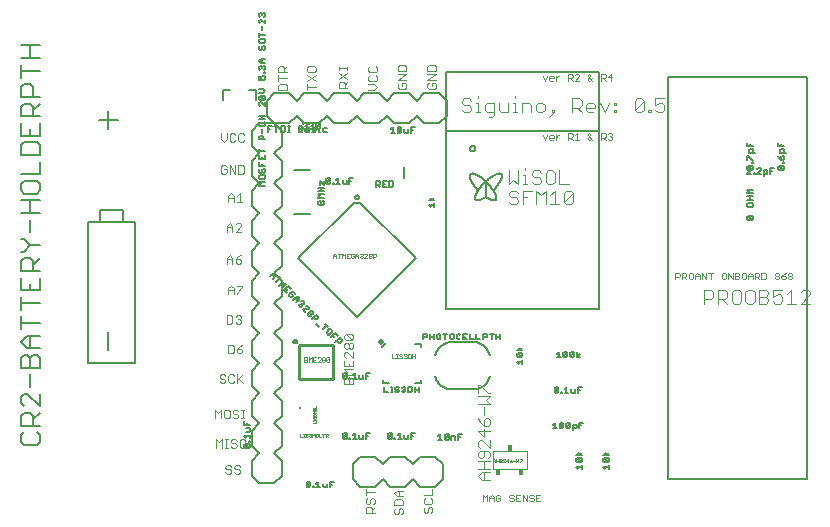
<source format=gto>
G75*
%MOIN*%
%OFA0B0*%
%FSLAX25Y25*%
%IPPOS*%
%LPD*%
%AMOC8*
5,1,8,0,0,1.08239X$1,22.5*
%
%ADD10C,0.00400*%
%ADD11C,0.00300*%
%ADD12C,0.00100*%
%ADD13C,0.00200*%
%ADD14C,0.00500*%
%ADD15C,0.00800*%
%ADD16C,0.02000*%
%ADD17C,0.00394*%
%ADD18C,0.00000*%
%ADD19R,0.01575X0.01969*%
%ADD20C,0.00600*%
%ADD21C,0.01000*%
%ADD22C,0.00984*%
D10*
X0169298Y0107117D02*
X0170066Y0106350D01*
X0171600Y0106350D01*
X0172368Y0107117D01*
X0172368Y0107884D01*
X0171600Y0108652D01*
X0170066Y0108652D01*
X0169298Y0109419D01*
X0169298Y0110186D01*
X0170066Y0110954D01*
X0171600Y0110954D01*
X0172368Y0110186D01*
X0173902Y0110954D02*
X0176972Y0110954D01*
X0178506Y0110954D02*
X0180041Y0109419D01*
X0181576Y0110954D01*
X0181576Y0106350D01*
X0183110Y0106350D02*
X0186179Y0106350D01*
X0184645Y0106350D02*
X0184645Y0110954D01*
X0183110Y0109419D01*
X0187714Y0110186D02*
X0187714Y0107117D01*
X0190783Y0110186D01*
X0190783Y0107117D01*
X0190016Y0106350D01*
X0188481Y0106350D01*
X0187714Y0107117D01*
X0187714Y0110186D02*
X0188481Y0110954D01*
X0190016Y0110954D01*
X0190783Y0110186D01*
X0189249Y0113043D02*
X0186179Y0113043D01*
X0186179Y0117646D01*
X0184645Y0116879D02*
X0183878Y0117646D01*
X0182343Y0117646D01*
X0181576Y0116879D01*
X0181576Y0113810D01*
X0182343Y0113043D01*
X0183878Y0113043D01*
X0184645Y0113810D01*
X0184645Y0116879D01*
X0180041Y0116879D02*
X0179274Y0117646D01*
X0177739Y0117646D01*
X0176972Y0116879D01*
X0176972Y0116112D01*
X0177739Y0115344D01*
X0179274Y0115344D01*
X0180041Y0114577D01*
X0180041Y0113810D01*
X0179274Y0113043D01*
X0177739Y0113043D01*
X0176972Y0113810D01*
X0175437Y0113043D02*
X0173902Y0113043D01*
X0174670Y0113043D02*
X0174670Y0116112D01*
X0173902Y0116112D01*
X0174670Y0117646D02*
X0174670Y0118414D01*
X0172368Y0117646D02*
X0172368Y0113043D01*
X0170833Y0114577D01*
X0169298Y0113043D01*
X0169298Y0117646D01*
X0173902Y0110954D02*
X0173902Y0106350D01*
X0173902Y0108652D02*
X0175437Y0108652D01*
X0178506Y0106350D02*
X0178506Y0110954D01*
X0182827Y0135524D02*
X0184361Y0137058D01*
X0183594Y0137058D01*
X0183594Y0137826D01*
X0184361Y0137826D01*
X0184361Y0137058D01*
X0181292Y0137826D02*
X0181292Y0139360D01*
X0180525Y0140128D01*
X0178990Y0140128D01*
X0178223Y0139360D01*
X0178223Y0137826D01*
X0178990Y0137058D01*
X0180525Y0137058D01*
X0181292Y0137826D01*
X0176688Y0137058D02*
X0176688Y0139360D01*
X0175921Y0140128D01*
X0173619Y0140128D01*
X0173619Y0137058D01*
X0172084Y0137058D02*
X0170550Y0137058D01*
X0171317Y0137058D02*
X0171317Y0140128D01*
X0170550Y0140128D01*
X0169015Y0140128D02*
X0169015Y0137058D01*
X0166713Y0137058D01*
X0165946Y0137826D01*
X0165946Y0140128D01*
X0164411Y0140128D02*
X0162109Y0140128D01*
X0161342Y0139360D01*
X0161342Y0137826D01*
X0162109Y0137058D01*
X0164411Y0137058D01*
X0164411Y0136291D02*
X0164411Y0140128D01*
X0159040Y0140128D02*
X0159040Y0137058D01*
X0159807Y0137058D02*
X0158272Y0137058D01*
X0156738Y0137826D02*
X0156738Y0138593D01*
X0155970Y0139360D01*
X0154436Y0139360D01*
X0153669Y0140128D01*
X0153669Y0140895D01*
X0154436Y0141662D01*
X0155970Y0141662D01*
X0156738Y0140895D01*
X0158272Y0140128D02*
X0159040Y0140128D01*
X0159040Y0141662D02*
X0159040Y0142430D01*
X0156738Y0137826D02*
X0155970Y0137058D01*
X0154436Y0137058D01*
X0153669Y0137826D01*
X0162876Y0135524D02*
X0163644Y0135524D01*
X0164411Y0136291D01*
X0171317Y0141662D02*
X0171317Y0142430D01*
X0190500Y0141662D02*
X0190500Y0137058D01*
X0190500Y0138593D02*
X0192802Y0138593D01*
X0193569Y0139360D01*
X0193569Y0140895D01*
X0192802Y0141662D01*
X0190500Y0141662D01*
X0192035Y0138593D02*
X0193569Y0137058D01*
X0195104Y0137826D02*
X0195104Y0139360D01*
X0195871Y0140128D01*
X0197406Y0140128D01*
X0198173Y0139360D01*
X0198173Y0138593D01*
X0195104Y0138593D01*
X0195104Y0137826D02*
X0195871Y0137058D01*
X0197406Y0137058D01*
X0201242Y0137058D02*
X0202777Y0140128D01*
X0204312Y0140128D02*
X0204312Y0139360D01*
X0205079Y0139360D01*
X0205079Y0140128D01*
X0204312Y0140128D01*
X0201242Y0137058D02*
X0199708Y0140128D01*
X0204312Y0137826D02*
X0204312Y0137058D01*
X0205079Y0137058D01*
X0205079Y0137826D01*
X0204312Y0137826D01*
X0211218Y0137826D02*
X0214287Y0140895D01*
X0214287Y0137826D01*
X0213520Y0137058D01*
X0211985Y0137058D01*
X0211218Y0137826D01*
X0211218Y0140895D01*
X0211985Y0141662D01*
X0213520Y0141662D01*
X0214287Y0140895D01*
X0218123Y0141662D02*
X0218123Y0139360D01*
X0219658Y0140128D01*
X0220425Y0140128D01*
X0221193Y0139360D01*
X0221193Y0137826D01*
X0220425Y0137058D01*
X0218891Y0137058D01*
X0218123Y0137826D01*
X0216589Y0137826D02*
X0216589Y0137058D01*
X0215821Y0137058D01*
X0215821Y0137826D01*
X0216589Y0137826D01*
X0218123Y0141662D02*
X0221193Y0141662D01*
X0234377Y0077883D02*
X0236679Y0077883D01*
X0237446Y0077115D01*
X0237446Y0075581D01*
X0236679Y0074813D01*
X0234377Y0074813D01*
X0234377Y0073279D02*
X0234377Y0077883D01*
X0238981Y0077883D02*
X0241283Y0077883D01*
X0242050Y0077115D01*
X0242050Y0075581D01*
X0241283Y0074813D01*
X0238981Y0074813D01*
X0238981Y0073279D02*
X0238981Y0077883D01*
X0243585Y0077115D02*
X0243585Y0074046D01*
X0244352Y0073279D01*
X0245887Y0073279D01*
X0246654Y0074046D01*
X0246654Y0077115D01*
X0245887Y0077883D01*
X0244352Y0077883D01*
X0243585Y0077115D01*
X0240516Y0074813D02*
X0242050Y0073279D01*
X0248189Y0074046D02*
X0248189Y0077115D01*
X0248956Y0077883D01*
X0250491Y0077883D01*
X0251258Y0077115D01*
X0251258Y0074046D01*
X0250491Y0073279D01*
X0248956Y0073279D01*
X0248189Y0074046D01*
X0252793Y0073279D02*
X0255095Y0073279D01*
X0255862Y0074046D01*
X0255862Y0074813D01*
X0255095Y0075581D01*
X0252793Y0075581D01*
X0252793Y0073279D02*
X0252793Y0077883D01*
X0255095Y0077883D01*
X0255862Y0077115D01*
X0255862Y0076348D01*
X0255095Y0075581D01*
X0257397Y0075581D02*
X0258931Y0076348D01*
X0259699Y0076348D01*
X0260466Y0075581D01*
X0260466Y0074046D01*
X0259699Y0073279D01*
X0258164Y0073279D01*
X0257397Y0074046D01*
X0257397Y0075581D02*
X0257397Y0077883D01*
X0260466Y0077883D01*
X0262001Y0076348D02*
X0263535Y0077883D01*
X0263535Y0073279D01*
X0262001Y0073279D02*
X0265070Y0073279D01*
X0266605Y0073279D02*
X0269674Y0076348D01*
X0269674Y0077115D01*
X0268907Y0077883D01*
X0267372Y0077883D01*
X0266605Y0077115D01*
X0266605Y0073279D02*
X0269674Y0073279D01*
D11*
X0143870Y0011372D02*
X0143870Y0009437D01*
X0140967Y0009437D01*
X0141451Y0008425D02*
X0140967Y0007941D01*
X0140967Y0006974D01*
X0141451Y0006490D01*
X0143386Y0006490D01*
X0143870Y0006974D01*
X0143870Y0007941D01*
X0143386Y0008425D01*
X0143386Y0005479D02*
X0142902Y0005479D01*
X0142418Y0004995D01*
X0142418Y0004027D01*
X0141935Y0003544D01*
X0141451Y0003544D01*
X0140967Y0004027D01*
X0140967Y0004995D01*
X0141451Y0005479D01*
X0143386Y0005479D02*
X0143870Y0004995D01*
X0143870Y0004027D01*
X0143386Y0003544D01*
X0134027Y0003634D02*
X0133543Y0003150D01*
X0134027Y0003634D02*
X0134027Y0004601D01*
X0133543Y0005085D01*
X0133060Y0005085D01*
X0132576Y0004601D01*
X0132576Y0003634D01*
X0132092Y0003150D01*
X0131608Y0003150D01*
X0131125Y0003634D01*
X0131125Y0004601D01*
X0131608Y0005085D01*
X0131125Y0006097D02*
X0131125Y0007548D01*
X0131608Y0008031D01*
X0133543Y0008031D01*
X0134027Y0007548D01*
X0134027Y0006097D01*
X0131125Y0006097D01*
X0132092Y0009043D02*
X0131125Y0010011D01*
X0132092Y0010978D01*
X0134027Y0010978D01*
X0132576Y0010978D02*
X0132576Y0009043D01*
X0132092Y0009043D02*
X0134027Y0009043D01*
X0124578Y0007941D02*
X0124578Y0006974D01*
X0124095Y0006490D01*
X0123127Y0006974D02*
X0123127Y0007941D01*
X0123611Y0008425D01*
X0124095Y0008425D01*
X0124578Y0007941D01*
X0123127Y0006974D02*
X0122643Y0006490D01*
X0122160Y0006490D01*
X0121676Y0006974D01*
X0121676Y0007941D01*
X0122160Y0008425D01*
X0121676Y0009437D02*
X0121676Y0011372D01*
X0121676Y0010404D02*
X0124578Y0010404D01*
X0124578Y0005479D02*
X0123611Y0004511D01*
X0123611Y0004995D02*
X0123611Y0003544D01*
X0124578Y0003544D02*
X0121676Y0003544D01*
X0121676Y0004995D01*
X0122160Y0005479D01*
X0123127Y0005479D01*
X0123611Y0004995D01*
X0081521Y0025681D02*
X0081521Y0027616D01*
X0081037Y0028100D01*
X0080070Y0028100D01*
X0079586Y0027616D01*
X0079586Y0025681D01*
X0080070Y0025197D01*
X0081037Y0025197D01*
X0081521Y0025681D01*
X0078575Y0025681D02*
X0078575Y0026165D01*
X0078091Y0026648D01*
X0077123Y0026648D01*
X0076640Y0027132D01*
X0076640Y0027616D01*
X0077123Y0028100D01*
X0078091Y0028100D01*
X0078575Y0027616D01*
X0078575Y0025681D02*
X0078091Y0025197D01*
X0077123Y0025197D01*
X0076640Y0025681D01*
X0075643Y0025197D02*
X0074675Y0025197D01*
X0075159Y0025197D02*
X0075159Y0028100D01*
X0074675Y0028100D02*
X0075643Y0028100D01*
X0073664Y0028100D02*
X0073664Y0025197D01*
X0071729Y0025197D02*
X0071729Y0028100D01*
X0072696Y0027132D01*
X0073664Y0028100D01*
X0073270Y0035040D02*
X0073270Y0037942D01*
X0072303Y0036975D01*
X0071335Y0037942D01*
X0071335Y0035040D01*
X0074282Y0035523D02*
X0074282Y0037458D01*
X0074765Y0037942D01*
X0075733Y0037942D01*
X0076217Y0037458D01*
X0076217Y0035523D01*
X0075733Y0035040D01*
X0074765Y0035040D01*
X0074282Y0035523D01*
X0077228Y0035523D02*
X0077712Y0035040D01*
X0078679Y0035040D01*
X0079163Y0035523D01*
X0079163Y0036007D01*
X0078679Y0036491D01*
X0077712Y0036491D01*
X0077228Y0036975D01*
X0077228Y0037458D01*
X0077712Y0037942D01*
X0078679Y0037942D01*
X0079163Y0037458D01*
X0080175Y0037942D02*
X0081142Y0037942D01*
X0080658Y0037942D02*
X0080658Y0035040D01*
X0080175Y0035040D02*
X0081142Y0035040D01*
X0080738Y0046851D02*
X0079287Y0048302D01*
X0078803Y0047818D02*
X0080738Y0049753D01*
X0078803Y0049753D02*
X0078803Y0046851D01*
X0077791Y0047335D02*
X0077308Y0046851D01*
X0076340Y0046851D01*
X0075856Y0047335D01*
X0075856Y0049270D01*
X0076340Y0049753D01*
X0077308Y0049753D01*
X0077791Y0049270D01*
X0074845Y0049270D02*
X0074361Y0049753D01*
X0073394Y0049753D01*
X0072910Y0049270D01*
X0072910Y0048786D01*
X0073394Y0048302D01*
X0074361Y0048302D01*
X0074845Y0047818D01*
X0074845Y0047335D01*
X0074361Y0046851D01*
X0073394Y0046851D01*
X0072910Y0047335D01*
X0075666Y0056693D02*
X0077117Y0056693D01*
X0077601Y0057177D01*
X0077601Y0059112D01*
X0077117Y0059596D01*
X0075666Y0059596D01*
X0075666Y0056693D01*
X0078612Y0057177D02*
X0079096Y0056693D01*
X0080063Y0056693D01*
X0080547Y0057177D01*
X0080547Y0057661D01*
X0080063Y0058145D01*
X0078612Y0058145D01*
X0078612Y0057177D01*
X0078612Y0058145D02*
X0079580Y0059112D01*
X0080547Y0059596D01*
X0079670Y0066536D02*
X0078702Y0066536D01*
X0078219Y0067020D01*
X0077207Y0067020D02*
X0077207Y0068955D01*
X0076723Y0069438D01*
X0075272Y0069438D01*
X0075272Y0066536D01*
X0076723Y0066536D01*
X0077207Y0067020D01*
X0078219Y0068955D02*
X0078702Y0069438D01*
X0079670Y0069438D01*
X0080154Y0068955D01*
X0080154Y0068471D01*
X0079670Y0067987D01*
X0080154Y0067503D01*
X0080154Y0067020D01*
X0079670Y0066536D01*
X0079670Y0067987D02*
X0079186Y0067987D01*
X0078612Y0076378D02*
X0078612Y0076862D01*
X0080547Y0078797D01*
X0080547Y0079281D01*
X0078612Y0079281D01*
X0077601Y0078313D02*
X0077601Y0076378D01*
X0077601Y0077830D02*
X0075666Y0077830D01*
X0075666Y0078313D02*
X0076633Y0079281D01*
X0077601Y0078313D01*
X0075666Y0078313D02*
X0075666Y0076378D01*
X0075272Y0086615D02*
X0075272Y0088550D01*
X0076240Y0089517D01*
X0077207Y0088550D01*
X0077207Y0086615D01*
X0078219Y0087098D02*
X0078702Y0086615D01*
X0079670Y0086615D01*
X0080154Y0087098D01*
X0080154Y0087582D01*
X0079670Y0088066D01*
X0078219Y0088066D01*
X0078219Y0087098D01*
X0078219Y0088066D02*
X0079186Y0089033D01*
X0080154Y0089517D01*
X0077207Y0088066D02*
X0075272Y0088066D01*
X0075272Y0097244D02*
X0075272Y0099179D01*
X0076240Y0100147D01*
X0077207Y0099179D01*
X0077207Y0097244D01*
X0078219Y0097244D02*
X0080154Y0099179D01*
X0080154Y0099663D01*
X0079670Y0100147D01*
X0078702Y0100147D01*
X0078219Y0099663D01*
X0077207Y0098696D02*
X0075272Y0098696D01*
X0078219Y0097244D02*
X0080154Y0097244D01*
X0080547Y0107087D02*
X0078612Y0107087D01*
X0079580Y0107087D02*
X0079580Y0109989D01*
X0078612Y0109022D01*
X0077601Y0109022D02*
X0077601Y0107087D01*
X0077601Y0108538D02*
X0075666Y0108538D01*
X0075666Y0109022D02*
X0075666Y0107087D01*
X0075666Y0109022D02*
X0076633Y0109989D01*
X0077601Y0109022D01*
X0078185Y0116536D02*
X0078185Y0119438D01*
X0079197Y0119438D02*
X0080648Y0119438D01*
X0081132Y0118955D01*
X0081132Y0117020D01*
X0080648Y0116536D01*
X0079197Y0116536D01*
X0079197Y0119438D01*
X0076250Y0119438D02*
X0078185Y0116536D01*
X0076250Y0116536D02*
X0076250Y0119438D01*
X0075239Y0118955D02*
X0074755Y0119438D01*
X0073787Y0119438D01*
X0073304Y0118955D01*
X0073304Y0117020D01*
X0073787Y0116536D01*
X0074755Y0116536D01*
X0075239Y0117020D01*
X0075239Y0117987D01*
X0074271Y0117987D01*
X0074271Y0127166D02*
X0075239Y0128133D01*
X0075239Y0130068D01*
X0076250Y0129584D02*
X0076250Y0127649D01*
X0076734Y0127166D01*
X0077701Y0127166D01*
X0078185Y0127649D01*
X0079197Y0127649D02*
X0079680Y0127166D01*
X0080648Y0127166D01*
X0081132Y0127649D01*
X0079197Y0127649D02*
X0079197Y0129584D01*
X0079680Y0130068D01*
X0080648Y0130068D01*
X0081132Y0129584D01*
X0078185Y0129584D02*
X0077701Y0130068D01*
X0076734Y0130068D01*
X0076250Y0129584D01*
X0073304Y0130068D02*
X0073304Y0128133D01*
X0074271Y0127166D01*
X0092542Y0144489D02*
X0092542Y0145940D01*
X0093026Y0146424D01*
X0094961Y0146424D01*
X0095444Y0145940D01*
X0095444Y0144489D01*
X0092542Y0144489D01*
X0092542Y0147435D02*
X0092542Y0149370D01*
X0092542Y0148403D02*
X0095444Y0148403D01*
X0095444Y0150382D02*
X0092542Y0150382D01*
X0092542Y0151833D01*
X0093026Y0152317D01*
X0093993Y0152317D01*
X0094477Y0151833D01*
X0094477Y0150382D01*
X0094477Y0151349D02*
X0095444Y0152317D01*
X0101991Y0151833D02*
X0102475Y0152317D01*
X0104410Y0152317D01*
X0104893Y0151833D01*
X0104893Y0150865D01*
X0104410Y0150382D01*
X0102475Y0150382D01*
X0101991Y0150865D01*
X0101991Y0151833D01*
X0101991Y0149370D02*
X0104893Y0147435D01*
X0104893Y0149370D02*
X0101991Y0147435D01*
X0101991Y0146424D02*
X0101991Y0144489D01*
X0101991Y0145456D02*
X0104893Y0145456D01*
X0112621Y0145276D02*
X0112621Y0146727D01*
X0113105Y0147211D01*
X0114072Y0147211D01*
X0114556Y0146727D01*
X0114556Y0145276D01*
X0115523Y0145276D02*
X0112621Y0145276D01*
X0114556Y0146243D02*
X0115523Y0147211D01*
X0115523Y0148223D02*
X0112621Y0150157D01*
X0112621Y0151169D02*
X0112621Y0152137D01*
X0112621Y0151653D02*
X0115523Y0151653D01*
X0115523Y0151169D02*
X0115523Y0152137D01*
X0115523Y0150157D02*
X0112621Y0148223D01*
X0122463Y0147919D02*
X0122947Y0147435D01*
X0124882Y0147435D01*
X0125366Y0147919D01*
X0125366Y0148886D01*
X0124882Y0149370D01*
X0124882Y0150382D02*
X0122947Y0150382D01*
X0122463Y0150865D01*
X0122463Y0151833D01*
X0122947Y0152317D01*
X0124882Y0152317D02*
X0125366Y0151833D01*
X0125366Y0150865D01*
X0124882Y0150382D01*
X0122947Y0149370D02*
X0122463Y0148886D01*
X0122463Y0147919D01*
X0122463Y0146424D02*
X0124398Y0146424D01*
X0125366Y0145456D01*
X0124398Y0144489D01*
X0122463Y0144489D01*
X0132306Y0145366D02*
X0132790Y0144882D01*
X0134725Y0144882D01*
X0135208Y0145366D01*
X0135208Y0146334D01*
X0134725Y0146817D01*
X0133757Y0146817D01*
X0133757Y0145850D01*
X0132790Y0146817D02*
X0132306Y0146334D01*
X0132306Y0145366D01*
X0132306Y0147829D02*
X0135208Y0149764D01*
X0132306Y0149764D01*
X0132306Y0150775D02*
X0132306Y0152227D01*
X0132790Y0152710D01*
X0134725Y0152710D01*
X0135208Y0152227D01*
X0135208Y0150775D01*
X0132306Y0150775D01*
X0132306Y0147829D02*
X0135208Y0147829D01*
X0142148Y0147829D02*
X0145051Y0149764D01*
X0142148Y0149764D01*
X0142148Y0150775D02*
X0142148Y0152227D01*
X0142632Y0152710D01*
X0144567Y0152710D01*
X0145051Y0152227D01*
X0145051Y0150775D01*
X0142148Y0150775D01*
X0142148Y0147829D02*
X0145051Y0147829D01*
X0144567Y0146817D02*
X0143600Y0146817D01*
X0143600Y0145850D01*
X0144567Y0146817D02*
X0145051Y0146334D01*
X0145051Y0145366D01*
X0144567Y0144882D01*
X0142632Y0144882D01*
X0142148Y0145366D01*
X0142148Y0146334D01*
X0142632Y0146817D01*
X0116910Y0063105D02*
X0114975Y0063105D01*
X0116910Y0061170D01*
X0117393Y0061654D01*
X0117393Y0062621D01*
X0116910Y0063105D01*
X0116910Y0061170D02*
X0114975Y0061170D01*
X0114491Y0061654D01*
X0114491Y0062621D01*
X0114975Y0063105D01*
X0114975Y0060158D02*
X0115458Y0060158D01*
X0115942Y0059675D01*
X0115942Y0058707D01*
X0115458Y0058223D01*
X0114975Y0058223D01*
X0114491Y0058707D01*
X0114491Y0059675D01*
X0114975Y0060158D01*
X0115942Y0059675D02*
X0116426Y0060158D01*
X0116910Y0060158D01*
X0117393Y0059675D01*
X0117393Y0058707D01*
X0116910Y0058223D01*
X0116426Y0058223D01*
X0115942Y0058707D01*
X0115458Y0057212D02*
X0114975Y0057212D01*
X0114491Y0056728D01*
X0114491Y0055761D01*
X0114975Y0055277D01*
X0114491Y0054265D02*
X0114491Y0052330D01*
X0117393Y0052330D01*
X0117393Y0054265D01*
X0117393Y0055277D02*
X0115458Y0057212D01*
X0117393Y0057212D02*
X0117393Y0055277D01*
X0115942Y0053298D02*
X0115942Y0052330D01*
X0114491Y0051319D02*
X0117393Y0051319D01*
X0117393Y0049384D02*
X0114491Y0049384D01*
X0115458Y0050351D01*
X0114491Y0051319D01*
X0114975Y0048372D02*
X0115458Y0048372D01*
X0115942Y0047889D01*
X0115942Y0046437D01*
X0117393Y0046437D02*
X0114491Y0046437D01*
X0114491Y0047889D01*
X0114975Y0048372D01*
X0115942Y0047889D02*
X0116426Y0048372D01*
X0116910Y0048372D01*
X0117393Y0047889D01*
X0117393Y0046437D01*
X0079760Y0018955D02*
X0079276Y0019438D01*
X0078309Y0019438D01*
X0077825Y0018955D01*
X0077825Y0018471D01*
X0078309Y0017987D01*
X0079276Y0017987D01*
X0079760Y0017503D01*
X0079760Y0017020D01*
X0079276Y0016536D01*
X0078309Y0016536D01*
X0077825Y0017020D01*
X0076813Y0017020D02*
X0076330Y0016536D01*
X0075362Y0016536D01*
X0074878Y0017020D01*
X0075362Y0017987D02*
X0076330Y0017987D01*
X0076813Y0017503D01*
X0076813Y0017020D01*
X0075362Y0017987D02*
X0074878Y0018471D01*
X0074878Y0018955D01*
X0075362Y0019438D01*
X0076330Y0019438D01*
X0076813Y0018955D01*
D12*
X0099764Y0028817D02*
X0100500Y0028817D01*
X0100872Y0028817D02*
X0101240Y0028817D01*
X0101056Y0028817D02*
X0101056Y0029921D01*
X0100872Y0029921D02*
X0101240Y0029921D01*
X0101611Y0029737D02*
X0101611Y0029553D01*
X0101795Y0029369D01*
X0102163Y0029369D01*
X0102347Y0029185D01*
X0102347Y0029001D01*
X0102163Y0028817D01*
X0101795Y0028817D01*
X0101611Y0029001D01*
X0101611Y0029737D02*
X0101795Y0029921D01*
X0102163Y0029921D01*
X0102347Y0029737D01*
X0102719Y0029737D02*
X0102903Y0029921D01*
X0103271Y0029921D01*
X0103455Y0029737D01*
X0103455Y0029553D01*
X0103271Y0029369D01*
X0103455Y0029185D01*
X0103455Y0029001D01*
X0103271Y0028817D01*
X0102903Y0028817D01*
X0102719Y0029001D01*
X0103087Y0029369D02*
X0103271Y0029369D01*
X0103827Y0028817D02*
X0103827Y0029921D01*
X0104195Y0029553D01*
X0104564Y0029921D01*
X0104564Y0028817D01*
X0104935Y0028817D02*
X0105488Y0028817D01*
X0105672Y0029001D01*
X0105672Y0029737D01*
X0105488Y0029921D01*
X0104935Y0029921D01*
X0104935Y0028817D01*
X0106044Y0028817D02*
X0106780Y0028817D01*
X0106044Y0028817D02*
X0106044Y0029921D01*
X0107152Y0029921D02*
X0107888Y0029921D01*
X0107520Y0029921D02*
X0107520Y0028817D01*
X0108260Y0028817D02*
X0108260Y0029921D01*
X0108812Y0029921D01*
X0108996Y0029737D01*
X0108996Y0029369D01*
X0108812Y0029185D01*
X0108260Y0029185D01*
X0108628Y0029185D02*
X0108996Y0028817D01*
X0104993Y0033365D02*
X0104993Y0033965D01*
X0104993Y0034286D02*
X0104993Y0034586D01*
X0104993Y0034436D02*
X0104093Y0034436D01*
X0104093Y0034286D02*
X0104093Y0034586D01*
X0104243Y0034900D02*
X0104393Y0034900D01*
X0104543Y0035050D01*
X0104543Y0035350D01*
X0104693Y0035500D01*
X0104843Y0035500D01*
X0104993Y0035350D01*
X0104993Y0035050D01*
X0104843Y0034900D01*
X0104243Y0034900D02*
X0104093Y0035050D01*
X0104093Y0035350D01*
X0104243Y0035500D01*
X0104243Y0035820D02*
X0104093Y0035970D01*
X0104093Y0036271D01*
X0104243Y0036421D01*
X0104393Y0036421D01*
X0104543Y0036271D01*
X0104693Y0036421D01*
X0104843Y0036421D01*
X0104993Y0036271D01*
X0104993Y0035970D01*
X0104843Y0035820D01*
X0104543Y0036121D02*
X0104543Y0036271D01*
X0104993Y0036741D02*
X0104093Y0036741D01*
X0104393Y0037041D01*
X0104093Y0037342D01*
X0104993Y0037342D01*
X0104993Y0037662D02*
X0104993Y0038112D01*
X0104843Y0038262D01*
X0104243Y0038262D01*
X0104093Y0038112D01*
X0104093Y0037662D01*
X0104993Y0037662D01*
X0104993Y0038583D02*
X0104993Y0039183D01*
X0104993Y0038583D02*
X0104093Y0038583D01*
X0104093Y0033365D02*
X0104993Y0033365D01*
X0099764Y0029921D02*
X0099764Y0028817D01*
X0101156Y0053837D02*
X0101907Y0053837D01*
X0102157Y0054088D01*
X0102157Y0054338D01*
X0101907Y0054588D01*
X0101156Y0054588D01*
X0101156Y0053837D02*
X0101156Y0055339D01*
X0101907Y0055339D01*
X0102157Y0055088D01*
X0102157Y0054838D01*
X0101907Y0054588D01*
X0102630Y0053837D02*
X0102630Y0055339D01*
X0103130Y0054838D01*
X0103630Y0055339D01*
X0103630Y0053837D01*
X0104103Y0053837D02*
X0104103Y0055339D01*
X0105104Y0055339D01*
X0105576Y0055088D02*
X0105826Y0055339D01*
X0106327Y0055339D01*
X0106577Y0055088D01*
X0106577Y0054838D01*
X0105576Y0053837D01*
X0106577Y0053837D01*
X0107049Y0054088D02*
X0107049Y0054338D01*
X0107300Y0054588D01*
X0107800Y0054588D01*
X0108050Y0054338D01*
X0108050Y0054088D01*
X0107800Y0053837D01*
X0107300Y0053837D01*
X0107049Y0054088D01*
X0107300Y0054588D02*
X0107049Y0054838D01*
X0107049Y0055088D01*
X0107300Y0055339D01*
X0107800Y0055339D01*
X0108050Y0055088D01*
X0108050Y0054838D01*
X0107800Y0054588D01*
X0108523Y0054088D02*
X0109523Y0055088D01*
X0109523Y0054088D01*
X0109273Y0053837D01*
X0108773Y0053837D01*
X0108523Y0054088D01*
X0108523Y0055088D01*
X0108773Y0055339D01*
X0109273Y0055339D01*
X0109523Y0055088D01*
X0105104Y0053837D02*
X0104103Y0053837D01*
X0104103Y0054588D02*
X0104603Y0054588D01*
X0130290Y0055019D02*
X0131291Y0055019D01*
X0131763Y0055019D02*
X0132264Y0055019D01*
X0132014Y0055019D02*
X0132014Y0056520D01*
X0132264Y0056520D02*
X0131763Y0056520D01*
X0132746Y0056270D02*
X0132746Y0056019D01*
X0132996Y0055769D01*
X0133496Y0055769D01*
X0133746Y0055519D01*
X0133746Y0055269D01*
X0133496Y0055019D01*
X0132996Y0055019D01*
X0132746Y0055269D01*
X0132746Y0056270D02*
X0132996Y0056520D01*
X0133496Y0056520D01*
X0133746Y0056270D01*
X0134219Y0056270D02*
X0134469Y0056520D01*
X0134969Y0056520D01*
X0135220Y0056270D01*
X0135220Y0056019D01*
X0134969Y0055769D01*
X0135220Y0055519D01*
X0135220Y0055269D01*
X0134969Y0055019D01*
X0134469Y0055019D01*
X0134219Y0055269D01*
X0134719Y0055769D02*
X0134969Y0055769D01*
X0135692Y0055019D02*
X0135692Y0056520D01*
X0136443Y0056520D01*
X0136693Y0056270D01*
X0136693Y0055269D01*
X0136443Y0055019D01*
X0135692Y0055019D01*
X0137165Y0055019D02*
X0137165Y0056520D01*
X0137165Y0055769D02*
X0138166Y0055769D01*
X0138166Y0055019D02*
X0138166Y0056520D01*
X0130290Y0056520D02*
X0130290Y0055019D01*
X0164046Y0021088D02*
X0164413Y0021455D01*
X0164780Y0021088D01*
X0164780Y0020354D01*
X0165151Y0020354D02*
X0165151Y0021455D01*
X0165151Y0020904D02*
X0165885Y0020904D01*
X0166256Y0021088D02*
X0166440Y0020904D01*
X0166990Y0020904D01*
X0166990Y0020537D02*
X0166990Y0021271D01*
X0166807Y0021455D01*
X0166440Y0021455D01*
X0166256Y0021271D01*
X0166256Y0021088D01*
X0165885Y0021455D02*
X0165885Y0020354D01*
X0166256Y0020537D02*
X0166440Y0020354D01*
X0166807Y0020354D01*
X0166990Y0020537D01*
X0167361Y0020354D02*
X0168095Y0021088D01*
X0168095Y0021271D01*
X0167912Y0021455D01*
X0167545Y0021455D01*
X0167361Y0021271D01*
X0167361Y0020354D02*
X0168095Y0020354D01*
X0168466Y0020904D02*
X0169200Y0020904D01*
X0169571Y0020904D02*
X0170122Y0020904D01*
X0170305Y0020721D01*
X0170305Y0020537D01*
X0170122Y0020354D01*
X0169755Y0020354D01*
X0169571Y0020537D01*
X0169571Y0020904D01*
X0169938Y0021271D01*
X0170305Y0021455D01*
X0170676Y0020904D02*
X0171410Y0020904D01*
X0171781Y0020354D02*
X0172148Y0020721D01*
X0172515Y0020354D01*
X0172515Y0021455D01*
X0172886Y0021455D02*
X0173620Y0021455D01*
X0173620Y0021271D01*
X0172886Y0020537D01*
X0172886Y0020354D01*
X0171781Y0020354D02*
X0171781Y0021455D01*
X0169017Y0021455D02*
X0169017Y0020354D01*
X0168466Y0020904D02*
X0169017Y0021455D01*
X0164780Y0020904D02*
X0164046Y0020904D01*
X0164046Y0021088D02*
X0164046Y0020354D01*
X0124092Y0088458D02*
X0124092Y0089959D01*
X0124843Y0089959D01*
X0125093Y0089709D01*
X0125093Y0089209D01*
X0124843Y0088958D01*
X0124092Y0088958D01*
X0123620Y0088958D02*
X0123620Y0088708D01*
X0123370Y0088458D01*
X0122869Y0088458D01*
X0122619Y0088708D01*
X0122619Y0088958D01*
X0122869Y0089209D01*
X0123370Y0089209D01*
X0123620Y0088958D01*
X0123370Y0089209D02*
X0123620Y0089459D01*
X0123620Y0089709D01*
X0123370Y0089959D01*
X0122869Y0089959D01*
X0122619Y0089709D01*
X0122619Y0089459D01*
X0122869Y0089209D01*
X0122147Y0089459D02*
X0122147Y0089709D01*
X0121897Y0089959D01*
X0121396Y0089959D01*
X0121146Y0089709D01*
X0120674Y0089709D02*
X0120674Y0089459D01*
X0120423Y0089209D01*
X0120674Y0088958D01*
X0120674Y0088708D01*
X0120423Y0088458D01*
X0119923Y0088458D01*
X0119673Y0088708D01*
X0119200Y0088458D02*
X0119200Y0089459D01*
X0118700Y0089959D01*
X0118199Y0089459D01*
X0118199Y0088458D01*
X0117727Y0088708D02*
X0117727Y0089209D01*
X0117227Y0089209D01*
X0117727Y0089709D02*
X0117477Y0089959D01*
X0116976Y0089959D01*
X0116726Y0089709D01*
X0116726Y0088708D01*
X0116976Y0088458D01*
X0117477Y0088458D01*
X0117727Y0088708D01*
X0118199Y0089209D02*
X0119200Y0089209D01*
X0119673Y0089709D02*
X0119923Y0089959D01*
X0120423Y0089959D01*
X0120674Y0089709D01*
X0120423Y0089209D02*
X0120173Y0089209D01*
X0121146Y0088458D02*
X0122147Y0089459D01*
X0122147Y0088458D02*
X0121146Y0088458D01*
X0116254Y0088458D02*
X0115253Y0088458D01*
X0115253Y0089959D01*
X0116254Y0089959D01*
X0115753Y0089209D02*
X0115253Y0089209D01*
X0114781Y0089959D02*
X0114781Y0088458D01*
X0113780Y0088458D02*
X0113780Y0089959D01*
X0114280Y0089459D01*
X0114781Y0089959D01*
X0113307Y0089959D02*
X0112306Y0089959D01*
X0112807Y0089959D02*
X0112807Y0088458D01*
X0111834Y0088458D02*
X0111834Y0089459D01*
X0111334Y0089959D01*
X0110833Y0089459D01*
X0110833Y0088458D01*
X0110833Y0089209D02*
X0111834Y0089209D01*
D13*
X0181350Y0127903D02*
X0182084Y0129371D01*
X0182826Y0129004D02*
X0183193Y0129371D01*
X0183927Y0129371D01*
X0184294Y0129004D01*
X0184294Y0128637D01*
X0182826Y0128637D01*
X0182826Y0128270D02*
X0182826Y0129004D01*
X0182826Y0128270D02*
X0183193Y0127903D01*
X0183927Y0127903D01*
X0185036Y0127903D02*
X0185036Y0129371D01*
X0185769Y0129371D02*
X0185036Y0128637D01*
X0185769Y0129371D02*
X0186136Y0129371D01*
X0189087Y0128637D02*
X0190188Y0128637D01*
X0190555Y0129004D01*
X0190555Y0129738D01*
X0190188Y0130105D01*
X0189087Y0130105D01*
X0189087Y0127903D01*
X0189821Y0128637D02*
X0190555Y0127903D01*
X0191297Y0127903D02*
X0192765Y0127903D01*
X0192031Y0127903D02*
X0192031Y0130105D01*
X0191297Y0129371D01*
X0195717Y0129371D02*
X0195717Y0129738D01*
X0196084Y0130105D01*
X0196451Y0129738D01*
X0196451Y0129371D01*
X0195717Y0128637D01*
X0195717Y0128270D01*
X0196084Y0127903D01*
X0196451Y0127903D01*
X0197185Y0128637D01*
X0197185Y0127903D02*
X0195717Y0129371D01*
X0200136Y0128637D02*
X0201237Y0128637D01*
X0201604Y0129004D01*
X0201604Y0129738D01*
X0201237Y0130105D01*
X0200136Y0130105D01*
X0200136Y0127903D01*
X0200870Y0128637D02*
X0201604Y0127903D01*
X0202346Y0128270D02*
X0202713Y0127903D01*
X0203447Y0127903D01*
X0203814Y0128270D01*
X0203814Y0128637D01*
X0203447Y0129004D01*
X0203080Y0129004D01*
X0203447Y0129004D02*
X0203814Y0129371D01*
X0203814Y0129738D01*
X0203447Y0130105D01*
X0202713Y0130105D01*
X0202346Y0129738D01*
X0181350Y0127903D02*
X0180616Y0129371D01*
X0181350Y0147588D02*
X0182084Y0149056D01*
X0182826Y0148689D02*
X0182826Y0147955D01*
X0183193Y0147588D01*
X0183927Y0147588D01*
X0184294Y0148322D02*
X0182826Y0148322D01*
X0182826Y0148689D02*
X0183193Y0149056D01*
X0183927Y0149056D01*
X0184294Y0148689D01*
X0184294Y0148322D01*
X0185036Y0148322D02*
X0185769Y0149056D01*
X0186136Y0149056D01*
X0185036Y0149056D02*
X0185036Y0147588D01*
X0181350Y0147588D02*
X0180616Y0149056D01*
X0189087Y0148322D02*
X0190188Y0148322D01*
X0190555Y0148689D01*
X0190555Y0149423D01*
X0190188Y0149790D01*
X0189087Y0149790D01*
X0189087Y0147588D01*
X0189821Y0148322D02*
X0190555Y0147588D01*
X0191297Y0147588D02*
X0192765Y0149056D01*
X0192765Y0149423D01*
X0192398Y0149790D01*
X0191664Y0149790D01*
X0191297Y0149423D01*
X0191297Y0147588D02*
X0192765Y0147588D01*
X0195717Y0147955D02*
X0195717Y0148322D01*
X0196451Y0149056D01*
X0196451Y0149423D01*
X0196084Y0149790D01*
X0195717Y0149423D01*
X0195717Y0149056D01*
X0197185Y0147588D01*
X0197185Y0148322D02*
X0196451Y0147588D01*
X0196084Y0147588D01*
X0195717Y0147955D01*
X0200136Y0147588D02*
X0200136Y0149790D01*
X0201237Y0149790D01*
X0201604Y0149423D01*
X0201604Y0148689D01*
X0201237Y0148322D01*
X0200136Y0148322D01*
X0200870Y0148322D02*
X0201604Y0147588D01*
X0202346Y0148689D02*
X0203814Y0148689D01*
X0203447Y0147588D02*
X0203447Y0149790D01*
X0202346Y0148689D01*
X0224814Y0083611D02*
X0225915Y0083611D01*
X0226282Y0083244D01*
X0226282Y0082510D01*
X0225915Y0082143D01*
X0224814Y0082143D01*
X0224814Y0081409D02*
X0224814Y0083611D01*
X0227024Y0083611D02*
X0228125Y0083611D01*
X0228492Y0083244D01*
X0228492Y0082510D01*
X0228125Y0082143D01*
X0227024Y0082143D01*
X0227758Y0082143D02*
X0228492Y0081409D01*
X0229234Y0081776D02*
X0229601Y0081409D01*
X0230335Y0081409D01*
X0230702Y0081776D01*
X0230702Y0083244D01*
X0230335Y0083611D01*
X0229601Y0083611D01*
X0229234Y0083244D01*
X0229234Y0081776D01*
X0231444Y0081409D02*
X0231444Y0082877D01*
X0232178Y0083611D01*
X0232912Y0082877D01*
X0232912Y0081409D01*
X0233654Y0081409D02*
X0233654Y0083611D01*
X0235122Y0081409D01*
X0235122Y0083611D01*
X0235864Y0083611D02*
X0237331Y0083611D01*
X0236597Y0083611D02*
X0236597Y0081409D01*
X0240283Y0081776D02*
X0240283Y0083244D01*
X0240650Y0083611D01*
X0241384Y0083611D01*
X0241751Y0083244D01*
X0241751Y0081776D01*
X0241384Y0081409D01*
X0240650Y0081409D01*
X0240283Y0081776D01*
X0242493Y0081409D02*
X0242493Y0083611D01*
X0243961Y0081409D01*
X0243961Y0083611D01*
X0244703Y0083611D02*
X0244703Y0081409D01*
X0245804Y0081409D01*
X0246171Y0081776D01*
X0246171Y0082143D01*
X0245804Y0082510D01*
X0244703Y0082510D01*
X0244703Y0083611D02*
X0245804Y0083611D01*
X0246171Y0083244D01*
X0246171Y0082877D01*
X0245804Y0082510D01*
X0246913Y0083244D02*
X0246913Y0081776D01*
X0247280Y0081409D01*
X0248014Y0081409D01*
X0248381Y0081776D01*
X0248381Y0083244D01*
X0248014Y0083611D01*
X0247280Y0083611D01*
X0246913Y0083244D01*
X0249123Y0082877D02*
X0249857Y0083611D01*
X0250591Y0082877D01*
X0250591Y0081409D01*
X0251333Y0081409D02*
X0251333Y0083611D01*
X0252434Y0083611D01*
X0252801Y0083244D01*
X0252801Y0082510D01*
X0252434Y0082143D01*
X0251333Y0082143D01*
X0252067Y0082143D02*
X0252801Y0081409D01*
X0253543Y0081409D02*
X0254644Y0081409D01*
X0255010Y0081776D01*
X0255010Y0083244D01*
X0254644Y0083611D01*
X0253543Y0083611D01*
X0253543Y0081409D01*
X0250591Y0082510D02*
X0249123Y0082510D01*
X0249123Y0082877D02*
X0249123Y0081409D01*
X0257962Y0081776D02*
X0257962Y0082143D01*
X0258329Y0082510D01*
X0259063Y0082510D01*
X0259430Y0082143D01*
X0259430Y0081776D01*
X0259063Y0081409D01*
X0258329Y0081409D01*
X0257962Y0081776D01*
X0258329Y0082510D02*
X0257962Y0082877D01*
X0257962Y0083244D01*
X0258329Y0083611D01*
X0259063Y0083611D01*
X0259430Y0083244D01*
X0259430Y0082877D01*
X0259063Y0082510D01*
X0260172Y0082510D02*
X0261273Y0082510D01*
X0261640Y0082143D01*
X0261640Y0081776D01*
X0261273Y0081409D01*
X0260539Y0081409D01*
X0260172Y0081776D01*
X0260172Y0082510D01*
X0260906Y0083244D01*
X0261640Y0083611D01*
X0262382Y0083244D02*
X0262382Y0082877D01*
X0262749Y0082510D01*
X0263483Y0082510D01*
X0263850Y0082143D01*
X0263850Y0081776D01*
X0263483Y0081409D01*
X0262749Y0081409D01*
X0262382Y0081776D01*
X0262382Y0082143D01*
X0262749Y0082510D01*
X0263483Y0082510D02*
X0263850Y0082877D01*
X0263850Y0083244D01*
X0263483Y0083611D01*
X0262749Y0083611D01*
X0262382Y0083244D01*
X0232912Y0082510D02*
X0231444Y0082510D01*
X0227024Y0081409D02*
X0227024Y0083611D01*
X0179802Y0009633D02*
X0178334Y0009633D01*
X0178334Y0007431D01*
X0179802Y0007431D01*
X0179068Y0008532D02*
X0178334Y0008532D01*
X0177592Y0008165D02*
X0177592Y0007798D01*
X0177225Y0007431D01*
X0176491Y0007431D01*
X0176124Y0007798D01*
X0176491Y0008532D02*
X0177225Y0008532D01*
X0177592Y0008165D01*
X0177592Y0009266D02*
X0177225Y0009633D01*
X0176491Y0009633D01*
X0176124Y0009266D01*
X0176124Y0008899D01*
X0176491Y0008532D01*
X0175382Y0007431D02*
X0175382Y0009633D01*
X0173914Y0009633D02*
X0173914Y0007431D01*
X0173172Y0007431D02*
X0171705Y0007431D01*
X0171705Y0009633D01*
X0173172Y0009633D01*
X0173914Y0009633D02*
X0175382Y0007431D01*
X0172438Y0008532D02*
X0171705Y0008532D01*
X0170963Y0008165D02*
X0170963Y0007798D01*
X0170596Y0007431D01*
X0169862Y0007431D01*
X0169495Y0007798D01*
X0169862Y0008532D02*
X0170596Y0008532D01*
X0170963Y0008165D01*
X0170963Y0009266D02*
X0170596Y0009633D01*
X0169862Y0009633D01*
X0169495Y0009266D01*
X0169495Y0008899D01*
X0169862Y0008532D01*
X0166543Y0008532D02*
X0165809Y0008532D01*
X0166543Y0008532D02*
X0166543Y0007798D01*
X0166176Y0007431D01*
X0165442Y0007431D01*
X0165075Y0007798D01*
X0165075Y0009266D01*
X0165442Y0009633D01*
X0166176Y0009633D01*
X0166543Y0009266D01*
X0164333Y0008899D02*
X0164333Y0007431D01*
X0164333Y0008532D02*
X0162865Y0008532D01*
X0162865Y0008899D02*
X0162865Y0007431D01*
X0162123Y0007431D02*
X0162123Y0009633D01*
X0161389Y0008899D01*
X0160655Y0009633D01*
X0160655Y0007431D01*
X0162865Y0008899D02*
X0163599Y0009633D01*
X0164333Y0008899D01*
D14*
X0191756Y0018863D02*
X0193658Y0018863D01*
X0193658Y0018230D02*
X0193658Y0019497D01*
X0193341Y0020439D02*
X0192073Y0021707D01*
X0193341Y0021707D01*
X0193658Y0021390D01*
X0193658Y0020756D01*
X0193341Y0020439D01*
X0192073Y0020439D01*
X0191756Y0020756D01*
X0191756Y0021390D01*
X0192073Y0021707D01*
X0191756Y0022649D02*
X0193658Y0022649D01*
X0193024Y0022649D02*
X0193658Y0023600D01*
X0193024Y0022649D02*
X0192390Y0023600D01*
X0191756Y0018863D02*
X0192390Y0018230D01*
X0200811Y0018863D02*
X0202713Y0018863D01*
X0202713Y0018230D02*
X0202713Y0019497D01*
X0202396Y0020439D02*
X0201128Y0021707D01*
X0202396Y0021707D01*
X0202713Y0021390D01*
X0202713Y0020756D01*
X0202396Y0020439D01*
X0201128Y0020439D01*
X0200811Y0020756D01*
X0200811Y0021390D01*
X0201128Y0021707D01*
X0200811Y0022649D02*
X0202713Y0022649D01*
X0202079Y0022649D02*
X0201445Y0023600D01*
X0202079Y0022649D02*
X0202713Y0023600D01*
X0200811Y0018863D02*
X0201445Y0018230D01*
X0190650Y0031074D02*
X0190650Y0032976D01*
X0191601Y0032976D01*
X0191918Y0032659D01*
X0191918Y0032025D01*
X0191601Y0031708D01*
X0190650Y0031708D01*
X0189708Y0032025D02*
X0189391Y0031708D01*
X0188757Y0031708D01*
X0188440Y0032025D01*
X0189708Y0033293D01*
X0189708Y0032025D01*
X0188440Y0032025D02*
X0188440Y0033293D01*
X0188757Y0033610D01*
X0189391Y0033610D01*
X0189708Y0033293D01*
X0187498Y0033293D02*
X0186230Y0032025D01*
X0186547Y0031708D01*
X0187181Y0031708D01*
X0187498Y0032025D01*
X0187498Y0033293D01*
X0187181Y0033610D01*
X0186547Y0033610D01*
X0186230Y0033293D01*
X0186230Y0032025D01*
X0185288Y0031708D02*
X0184021Y0031708D01*
X0184654Y0031708D02*
X0184654Y0033610D01*
X0184021Y0032976D01*
X0192860Y0032659D02*
X0193494Y0032659D01*
X0192860Y0031708D02*
X0192860Y0033610D01*
X0194128Y0033610D01*
X0192308Y0043519D02*
X0192308Y0045421D01*
X0193575Y0045421D01*
X0192941Y0044470D02*
X0192308Y0044470D01*
X0191365Y0044787D02*
X0191365Y0043519D01*
X0190415Y0043519D01*
X0190098Y0043836D01*
X0190098Y0044787D01*
X0189156Y0043519D02*
X0187888Y0043519D01*
X0188522Y0043519D02*
X0188522Y0045421D01*
X0187888Y0044787D01*
X0187100Y0043836D02*
X0187100Y0043519D01*
X0186783Y0043519D01*
X0186783Y0043836D01*
X0187100Y0043836D01*
X0185841Y0043836D02*
X0185524Y0043519D01*
X0184890Y0043519D01*
X0184573Y0043836D01*
X0185841Y0045104D01*
X0185841Y0043836D01*
X0184573Y0043836D02*
X0184573Y0045104D01*
X0184890Y0045421D01*
X0185524Y0045421D01*
X0185841Y0045104D01*
X0173841Y0053269D02*
X0173841Y0054537D01*
X0173841Y0053903D02*
X0171939Y0053903D01*
X0172573Y0053269D01*
X0172256Y0055479D02*
X0171939Y0055796D01*
X0171939Y0056430D01*
X0172256Y0056747D01*
X0173524Y0055479D01*
X0173841Y0055796D01*
X0173841Y0056430D01*
X0173524Y0056747D01*
X0172256Y0056747D01*
X0171939Y0057689D02*
X0173841Y0057689D01*
X0173207Y0057689D02*
X0172573Y0058640D01*
X0173207Y0057689D02*
X0173841Y0058640D01*
X0173524Y0055479D02*
X0172256Y0055479D01*
X0166429Y0061356D02*
X0166429Y0063258D01*
X0166429Y0062307D02*
X0165162Y0062307D01*
X0165162Y0061356D02*
X0165162Y0063258D01*
X0164219Y0063258D02*
X0162952Y0063258D01*
X0163586Y0063258D02*
X0163586Y0061356D01*
X0162010Y0062307D02*
X0161693Y0061990D01*
X0160742Y0061990D01*
X0160742Y0061356D02*
X0160742Y0063258D01*
X0161693Y0063258D01*
X0162010Y0062941D01*
X0162010Y0062307D01*
X0159800Y0061356D02*
X0158532Y0061356D01*
X0158532Y0063258D01*
X0157590Y0061356D02*
X0156322Y0061356D01*
X0156322Y0063258D01*
X0155380Y0063258D02*
X0154112Y0063258D01*
X0154112Y0061356D01*
X0155380Y0061356D01*
X0154746Y0062307D02*
X0154112Y0062307D01*
X0153170Y0061673D02*
X0152853Y0061356D01*
X0152219Y0061356D01*
X0151902Y0061673D01*
X0151902Y0062941D01*
X0152219Y0063258D01*
X0152853Y0063258D01*
X0153170Y0062941D01*
X0150960Y0062941D02*
X0150960Y0061673D01*
X0150643Y0061356D01*
X0150009Y0061356D01*
X0149692Y0061673D01*
X0149692Y0062941D01*
X0150009Y0063258D01*
X0150643Y0063258D01*
X0150960Y0062941D01*
X0148750Y0063258D02*
X0147483Y0063258D01*
X0148116Y0063258D02*
X0148116Y0061356D01*
X0146540Y0061673D02*
X0146540Y0062941D01*
X0146223Y0063258D01*
X0145590Y0063258D01*
X0145273Y0062941D01*
X0145273Y0061673D01*
X0145590Y0061356D01*
X0146223Y0061356D01*
X0146540Y0061673D01*
X0144330Y0061356D02*
X0144330Y0063258D01*
X0144330Y0062307D02*
X0143063Y0062307D01*
X0142121Y0062307D02*
X0141804Y0061990D01*
X0140853Y0061990D01*
X0140853Y0061356D02*
X0140853Y0063258D01*
X0141804Y0063258D01*
X0142121Y0062941D01*
X0142121Y0062307D01*
X0143063Y0061356D02*
X0143063Y0063258D01*
X0148232Y0071504D02*
X0148232Y0130953D01*
X0148232Y0150638D01*
X0199413Y0150638D01*
X0199413Y0130953D01*
X0199413Y0071504D01*
X0148232Y0071504D01*
X0113554Y0061153D02*
X0113554Y0060704D01*
X0113106Y0060256D01*
X0112658Y0060256D01*
X0111986Y0060928D01*
X0111537Y0060480D02*
X0112882Y0061825D01*
X0113554Y0061153D01*
X0112216Y0062491D02*
X0111319Y0063388D01*
X0109975Y0062043D01*
X0109309Y0062709D02*
X0109309Y0063605D01*
X0109533Y0062933D02*
X0109085Y0062933D01*
X0108636Y0063381D01*
X0108636Y0063830D01*
X0109533Y0064726D01*
X0109981Y0064726D01*
X0110429Y0064278D01*
X0110429Y0063830D01*
X0109533Y0062933D01*
X0110647Y0062715D02*
X0111095Y0062267D01*
X0107298Y0064720D02*
X0108642Y0066065D01*
X0108194Y0066513D02*
X0109091Y0065616D01*
X0105959Y0065610D02*
X0105063Y0066507D01*
X0104845Y0068069D02*
X0104173Y0068742D01*
X0103724Y0068293D02*
X0105069Y0069638D01*
X0105741Y0068966D01*
X0105741Y0068517D01*
X0105293Y0068069D01*
X0104845Y0068069D01*
X0103506Y0069408D02*
X0103282Y0069184D01*
X0102834Y0069184D01*
X0102386Y0069632D01*
X0102386Y0070080D01*
X0102610Y0070304D01*
X0103058Y0070304D01*
X0103506Y0069856D01*
X0103506Y0069408D01*
X0103506Y0069856D02*
X0103955Y0069856D01*
X0104179Y0070080D01*
X0104179Y0070528D01*
X0103731Y0070977D01*
X0103282Y0070977D01*
X0103058Y0070752D01*
X0103058Y0070304D01*
X0102392Y0071419D02*
X0100599Y0071419D01*
X0101496Y0070522D01*
X0102392Y0071419D02*
X0102616Y0071643D01*
X0102616Y0072091D01*
X0102168Y0072539D01*
X0101720Y0072539D01*
X0101054Y0073205D02*
X0100829Y0072981D01*
X0100381Y0072981D01*
X0100381Y0072533D01*
X0100157Y0072309D01*
X0099709Y0072309D01*
X0099261Y0072757D01*
X0099261Y0073205D01*
X0100157Y0073205D02*
X0100381Y0072981D01*
X0101054Y0073205D02*
X0101054Y0073654D01*
X0100605Y0074102D01*
X0100157Y0074102D01*
X0099267Y0074544D02*
X0098370Y0073647D01*
X0099043Y0074320D02*
X0098146Y0075216D01*
X0098370Y0075440D02*
X0097474Y0074544D01*
X0097032Y0075434D02*
X0097480Y0075882D01*
X0097032Y0076331D01*
X0097032Y0077227D02*
X0096135Y0076331D01*
X0096135Y0075882D01*
X0096584Y0075434D01*
X0097032Y0075434D01*
X0097928Y0076331D02*
X0097928Y0076779D01*
X0097480Y0077227D01*
X0097032Y0077227D01*
X0096590Y0078117D02*
X0095693Y0079014D01*
X0094349Y0077669D01*
X0095245Y0076773D01*
X0095469Y0077893D02*
X0095021Y0078341D01*
X0093683Y0078335D02*
X0095027Y0079680D01*
X0094131Y0079680D01*
X0094131Y0080576D01*
X0092786Y0079232D01*
X0091672Y0080346D02*
X0093016Y0081691D01*
X0092568Y0082139D02*
X0093465Y0081243D01*
X0091454Y0082357D02*
X0091454Y0083253D01*
X0090557Y0083253D01*
X0089661Y0082357D01*
X0090333Y0083029D02*
X0091230Y0082133D01*
X0091454Y0082357D02*
X0090557Y0081461D01*
X0098370Y0075440D02*
X0099267Y0075440D01*
X0099267Y0074544D01*
X0098018Y0060662D02*
X0098020Y0060686D01*
X0098026Y0060710D01*
X0098035Y0060732D01*
X0098048Y0060752D01*
X0098064Y0060770D01*
X0098083Y0060785D01*
X0098104Y0060798D01*
X0098126Y0060806D01*
X0098150Y0060811D01*
X0098174Y0060812D01*
X0098198Y0060809D01*
X0098221Y0060802D01*
X0098243Y0060792D01*
X0098263Y0060778D01*
X0098280Y0060761D01*
X0098295Y0060742D01*
X0098306Y0060721D01*
X0098314Y0060698D01*
X0098318Y0060674D01*
X0098318Y0060650D01*
X0098314Y0060626D01*
X0098306Y0060603D01*
X0098295Y0060582D01*
X0098280Y0060563D01*
X0098263Y0060546D01*
X0098243Y0060532D01*
X0098221Y0060522D01*
X0098198Y0060515D01*
X0098174Y0060512D01*
X0098150Y0060513D01*
X0098126Y0060518D01*
X0098104Y0060526D01*
X0098083Y0060539D01*
X0098064Y0060554D01*
X0098048Y0060572D01*
X0098035Y0060592D01*
X0098026Y0060614D01*
X0098020Y0060638D01*
X0098018Y0060662D01*
X0097855Y0060662D02*
X0097857Y0060697D01*
X0097863Y0060732D01*
X0097873Y0060765D01*
X0097886Y0060798D01*
X0097903Y0060829D01*
X0097923Y0060857D01*
X0097947Y0060883D01*
X0097973Y0060907D01*
X0098001Y0060927D01*
X0098032Y0060944D01*
X0098065Y0060957D01*
X0098098Y0060967D01*
X0098133Y0060973D01*
X0098168Y0060975D01*
X0098203Y0060973D01*
X0098238Y0060967D01*
X0098271Y0060957D01*
X0098304Y0060944D01*
X0098335Y0060927D01*
X0098363Y0060907D01*
X0098389Y0060883D01*
X0098413Y0060857D01*
X0098433Y0060829D01*
X0098450Y0060798D01*
X0098463Y0060765D01*
X0098473Y0060732D01*
X0098479Y0060697D01*
X0098481Y0060662D01*
X0098479Y0060627D01*
X0098473Y0060592D01*
X0098463Y0060559D01*
X0098450Y0060526D01*
X0098433Y0060495D01*
X0098413Y0060467D01*
X0098389Y0060441D01*
X0098363Y0060417D01*
X0098335Y0060397D01*
X0098304Y0060380D01*
X0098271Y0060367D01*
X0098238Y0060357D01*
X0098203Y0060351D01*
X0098168Y0060349D01*
X0098133Y0060351D01*
X0098098Y0060357D01*
X0098065Y0060367D01*
X0098032Y0060380D01*
X0098001Y0060397D01*
X0097973Y0060417D01*
X0097947Y0060441D01*
X0097923Y0060467D01*
X0097903Y0060495D01*
X0097886Y0060526D01*
X0097873Y0060559D01*
X0097863Y0060592D01*
X0097857Y0060627D01*
X0097855Y0060662D01*
X0097543Y0060662D02*
X0097545Y0060712D01*
X0097551Y0060761D01*
X0097561Y0060810D01*
X0097574Y0060857D01*
X0097592Y0060904D01*
X0097613Y0060949D01*
X0097637Y0060992D01*
X0097665Y0061033D01*
X0097696Y0061072D01*
X0097730Y0061108D01*
X0097767Y0061142D01*
X0097807Y0061172D01*
X0097848Y0061199D01*
X0097892Y0061223D01*
X0097937Y0061243D01*
X0097984Y0061259D01*
X0098032Y0061272D01*
X0098081Y0061281D01*
X0098131Y0061286D01*
X0098180Y0061287D01*
X0098230Y0061284D01*
X0098279Y0061277D01*
X0098328Y0061266D01*
X0098375Y0061252D01*
X0098421Y0061233D01*
X0098466Y0061211D01*
X0098509Y0061186D01*
X0098549Y0061157D01*
X0098587Y0061125D01*
X0098623Y0061091D01*
X0098656Y0061053D01*
X0098685Y0061013D01*
X0098711Y0060971D01*
X0098734Y0060927D01*
X0098753Y0060881D01*
X0098769Y0060834D01*
X0098781Y0060785D01*
X0098789Y0060736D01*
X0098793Y0060687D01*
X0098793Y0060637D01*
X0098789Y0060588D01*
X0098781Y0060539D01*
X0098769Y0060490D01*
X0098753Y0060443D01*
X0098734Y0060397D01*
X0098711Y0060353D01*
X0098685Y0060311D01*
X0098656Y0060271D01*
X0098623Y0060233D01*
X0098587Y0060199D01*
X0098549Y0060167D01*
X0098509Y0060138D01*
X0098466Y0060113D01*
X0098421Y0060091D01*
X0098375Y0060072D01*
X0098328Y0060058D01*
X0098279Y0060047D01*
X0098230Y0060040D01*
X0098180Y0060037D01*
X0098131Y0060038D01*
X0098081Y0060043D01*
X0098032Y0060052D01*
X0097984Y0060065D01*
X0097937Y0060081D01*
X0097892Y0060101D01*
X0097848Y0060125D01*
X0097807Y0060152D01*
X0097767Y0060182D01*
X0097730Y0060216D01*
X0097696Y0060252D01*
X0097665Y0060291D01*
X0097637Y0060332D01*
X0097613Y0060375D01*
X0097592Y0060420D01*
X0097574Y0060467D01*
X0097561Y0060514D01*
X0097551Y0060563D01*
X0097545Y0060612D01*
X0097543Y0060662D01*
X0113982Y0049750D02*
X0114299Y0050067D01*
X0114933Y0050067D01*
X0115250Y0049750D01*
X0113982Y0048482D01*
X0114299Y0048165D01*
X0114933Y0048165D01*
X0115250Y0048482D01*
X0115250Y0049750D01*
X0113982Y0049750D02*
X0113982Y0048482D01*
X0116192Y0048482D02*
X0116192Y0048165D01*
X0116509Y0048165D01*
X0116509Y0048482D01*
X0116192Y0048482D01*
X0117297Y0048165D02*
X0118565Y0048165D01*
X0117931Y0048165D02*
X0117931Y0050067D01*
X0117297Y0049433D01*
X0119507Y0049433D02*
X0119507Y0048482D01*
X0119824Y0048165D01*
X0120775Y0048165D01*
X0120775Y0049433D01*
X0121717Y0049116D02*
X0122351Y0049116D01*
X0121717Y0050067D02*
X0122985Y0050067D01*
X0121717Y0050067D02*
X0121717Y0048165D01*
X0127693Y0045567D02*
X0127693Y0043665D01*
X0128961Y0043665D01*
X0129903Y0043665D02*
X0130537Y0043665D01*
X0130220Y0043665D02*
X0130220Y0045567D01*
X0129903Y0045567D02*
X0130537Y0045567D01*
X0131377Y0045250D02*
X0131377Y0044933D01*
X0131693Y0044616D01*
X0132327Y0044616D01*
X0132644Y0044299D01*
X0132644Y0043982D01*
X0132327Y0043665D01*
X0131693Y0043665D01*
X0131377Y0043982D01*
X0131377Y0045250D02*
X0131693Y0045567D01*
X0132327Y0045567D01*
X0132644Y0045250D01*
X0133586Y0045250D02*
X0133903Y0045567D01*
X0134537Y0045567D01*
X0134854Y0045250D01*
X0134854Y0044933D01*
X0134537Y0044616D01*
X0134854Y0044299D01*
X0134854Y0043982D01*
X0134537Y0043665D01*
X0133903Y0043665D01*
X0133586Y0043982D01*
X0134220Y0044616D02*
X0134537Y0044616D01*
X0135796Y0045567D02*
X0136747Y0045567D01*
X0137064Y0045250D01*
X0137064Y0043982D01*
X0136747Y0043665D01*
X0135796Y0043665D01*
X0135796Y0045567D01*
X0138006Y0045567D02*
X0138006Y0043665D01*
X0138006Y0044616D02*
X0139274Y0044616D01*
X0139274Y0045567D02*
X0139274Y0043665D01*
X0137985Y0030067D02*
X0136717Y0030067D01*
X0136717Y0028165D01*
X0135775Y0028165D02*
X0135775Y0029433D01*
X0136717Y0029116D02*
X0137351Y0029116D01*
X0135775Y0028165D02*
X0134824Y0028165D01*
X0134507Y0028482D01*
X0134507Y0029433D01*
X0133565Y0028165D02*
X0132297Y0028165D01*
X0132931Y0028165D02*
X0132931Y0030067D01*
X0132297Y0029433D01*
X0131509Y0028482D02*
X0131509Y0028165D01*
X0131192Y0028165D01*
X0131192Y0028482D01*
X0131509Y0028482D01*
X0130250Y0028482D02*
X0129933Y0028165D01*
X0129299Y0028165D01*
X0128982Y0028482D01*
X0130250Y0029750D01*
X0130250Y0028482D01*
X0128982Y0028482D02*
X0128982Y0029750D01*
X0129299Y0030067D01*
X0129933Y0030067D01*
X0130250Y0029750D01*
X0122985Y0030067D02*
X0121717Y0030067D01*
X0121717Y0028165D01*
X0120775Y0028165D02*
X0120775Y0029433D01*
X0121717Y0029116D02*
X0122351Y0029116D01*
X0120775Y0028165D02*
X0119824Y0028165D01*
X0119507Y0028482D01*
X0119507Y0029433D01*
X0118565Y0028165D02*
X0117297Y0028165D01*
X0117931Y0028165D02*
X0117931Y0030067D01*
X0117297Y0029433D01*
X0116509Y0028482D02*
X0116509Y0028165D01*
X0116192Y0028165D01*
X0116192Y0028482D01*
X0116509Y0028482D01*
X0115250Y0028482D02*
X0114933Y0028165D01*
X0114299Y0028165D01*
X0113982Y0028482D01*
X0115250Y0029750D01*
X0115250Y0028482D01*
X0113982Y0028482D02*
X0113982Y0029750D01*
X0114299Y0030067D01*
X0114933Y0030067D01*
X0115250Y0029750D01*
X0110898Y0013925D02*
X0109630Y0013925D01*
X0109630Y0012023D01*
X0108688Y0012023D02*
X0108688Y0013291D01*
X0109630Y0012974D02*
X0110264Y0012974D01*
X0108688Y0012023D02*
X0107737Y0012023D01*
X0107421Y0012340D01*
X0107421Y0013291D01*
X0106478Y0012023D02*
X0105211Y0012023D01*
X0105845Y0012023D02*
X0105845Y0013925D01*
X0105211Y0013291D01*
X0104423Y0012340D02*
X0104423Y0012023D01*
X0104106Y0012023D01*
X0104106Y0012340D01*
X0104423Y0012340D01*
X0103164Y0012340D02*
X0102847Y0012023D01*
X0102213Y0012023D01*
X0101896Y0012340D01*
X0103164Y0013608D01*
X0103164Y0012340D01*
X0103164Y0013608D02*
X0102847Y0013925D01*
X0102213Y0013925D01*
X0101896Y0013608D01*
X0101896Y0012340D01*
X0083028Y0025366D02*
X0082711Y0025049D01*
X0081443Y0026317D01*
X0082711Y0026317D01*
X0083028Y0026000D01*
X0083028Y0025366D01*
X0082711Y0025049D02*
X0081443Y0025049D01*
X0081126Y0025366D01*
X0081126Y0026000D01*
X0081443Y0026317D01*
X0082711Y0027259D02*
X0082711Y0027576D01*
X0083028Y0027576D01*
X0083028Y0027259D01*
X0082711Y0027259D01*
X0083028Y0028364D02*
X0083028Y0029632D01*
X0083028Y0028998D02*
X0081126Y0028998D01*
X0081760Y0028364D01*
X0081760Y0030574D02*
X0082711Y0030574D01*
X0083028Y0030891D01*
X0083028Y0031842D01*
X0081760Y0031842D01*
X0082077Y0032784D02*
X0082077Y0033418D01*
X0081126Y0032784D02*
X0081126Y0034052D01*
X0081126Y0032784D02*
X0083028Y0032784D01*
X0044807Y0053394D02*
X0029059Y0053394D01*
X0029059Y0100638D01*
X0032996Y0100638D01*
X0032996Y0104575D01*
X0040870Y0104575D01*
X0040870Y0100638D01*
X0044807Y0100638D01*
X0044807Y0053394D01*
X0040870Y0100638D02*
X0032996Y0100638D01*
X0086201Y0112552D02*
X0086835Y0113186D01*
X0086201Y0113819D01*
X0088103Y0113819D01*
X0087786Y0114762D02*
X0086518Y0114762D01*
X0086201Y0115078D01*
X0086201Y0115712D01*
X0086518Y0116029D01*
X0087786Y0116029D01*
X0088103Y0115712D01*
X0088103Y0115078D01*
X0087786Y0114762D01*
X0087786Y0116971D02*
X0088103Y0117288D01*
X0088103Y0117922D01*
X0087786Y0118239D01*
X0087469Y0118239D01*
X0087152Y0117922D01*
X0087152Y0117288D01*
X0086835Y0116971D01*
X0086518Y0116971D01*
X0086201Y0117288D01*
X0086201Y0117922D01*
X0086518Y0118239D01*
X0086201Y0119181D02*
X0086201Y0120449D01*
X0086201Y0121391D02*
X0088103Y0121391D01*
X0088103Y0122659D01*
X0087152Y0122025D02*
X0087152Y0121391D01*
X0086201Y0121391D02*
X0086201Y0122659D01*
X0086201Y0123601D02*
X0086201Y0124869D01*
X0086201Y0124235D02*
X0088103Y0124235D01*
X0087152Y0119815D02*
X0087152Y0119181D01*
X0088103Y0119181D02*
X0086201Y0119181D01*
X0086201Y0112552D02*
X0088103Y0112552D01*
X0105725Y0111919D02*
X0107626Y0111919D01*
X0107626Y0112861D02*
X0107626Y0114129D01*
X0108471Y0114750D02*
X0108788Y0115067D01*
X0109421Y0115067D01*
X0109738Y0114750D01*
X0108471Y0113482D01*
X0108788Y0113165D01*
X0109421Y0113165D01*
X0109738Y0113482D01*
X0109738Y0114750D01*
X0108471Y0114750D02*
X0108471Y0113482D01*
X0107626Y0112861D02*
X0106359Y0114129D01*
X0106359Y0112861D01*
X0106676Y0111919D02*
X0106676Y0110652D01*
X0107626Y0110652D02*
X0105725Y0110652D01*
X0105725Y0109709D02*
X0107626Y0109709D01*
X0107626Y0108442D02*
X0105725Y0108442D01*
X0106359Y0109076D01*
X0105725Y0109709D01*
X0106042Y0107500D02*
X0106359Y0107500D01*
X0106676Y0107183D01*
X0106676Y0106549D01*
X0106359Y0106232D01*
X0106042Y0106232D01*
X0105725Y0106549D01*
X0105725Y0107183D01*
X0106042Y0107500D01*
X0106676Y0107183D02*
X0106993Y0107500D01*
X0107309Y0107500D01*
X0107626Y0107183D01*
X0107626Y0106549D01*
X0107309Y0106232D01*
X0106993Y0106232D01*
X0106676Y0106549D01*
X0110681Y0113165D02*
X0110997Y0113165D01*
X0110997Y0113482D01*
X0110681Y0113482D01*
X0110681Y0113165D01*
X0111785Y0113165D02*
X0113053Y0113165D01*
X0112419Y0113165D02*
X0112419Y0115067D01*
X0111785Y0114433D01*
X0113995Y0114433D02*
X0113995Y0113482D01*
X0114312Y0113165D01*
X0115263Y0113165D01*
X0115263Y0114433D01*
X0116205Y0114116D02*
X0116839Y0114116D01*
X0116205Y0115067D02*
X0117473Y0115067D01*
X0116205Y0115067D02*
X0116205Y0113165D01*
X0125089Y0112882D02*
X0126040Y0112882D01*
X0126356Y0113198D01*
X0126356Y0113832D01*
X0126040Y0114149D01*
X0125089Y0114149D01*
X0125089Y0112248D01*
X0125723Y0112882D02*
X0126356Y0112248D01*
X0127299Y0112248D02*
X0128566Y0112248D01*
X0129508Y0112248D02*
X0129508Y0114149D01*
X0130459Y0114149D01*
X0130776Y0113832D01*
X0130776Y0112565D01*
X0130459Y0112248D01*
X0129508Y0112248D01*
X0127932Y0113198D02*
X0127299Y0113198D01*
X0127299Y0112248D02*
X0127299Y0114149D01*
X0128566Y0114149D01*
X0134404Y0115023D02*
X0134404Y0118773D01*
X0143217Y0108637D02*
X0143851Y0107686D01*
X0144485Y0108637D01*
X0144485Y0107686D02*
X0142583Y0107686D01*
X0142583Y0106110D02*
X0144485Y0106110D01*
X0144485Y0105476D02*
X0144485Y0106744D01*
X0143217Y0105476D02*
X0142583Y0106110D01*
X0159323Y0115789D02*
X0159570Y0115638D01*
X0159813Y0115482D01*
X0160053Y0115320D01*
X0160289Y0115153D01*
X0160522Y0114981D01*
X0160750Y0114803D01*
X0160974Y0114621D01*
X0161194Y0114433D01*
X0161410Y0114240D01*
X0161622Y0114043D01*
X0161828Y0113840D01*
X0161829Y0113841D02*
X0162386Y0113284D01*
X0161618Y0114024D02*
X0161618Y0108906D01*
X0158066Y0108829D02*
X0158052Y0108769D01*
X0158042Y0108707D01*
X0158035Y0108645D01*
X0158031Y0108582D01*
X0158031Y0108520D01*
X0158035Y0108457D01*
X0158042Y0108395D01*
X0158052Y0108333D01*
X0158066Y0108273D01*
X0158067Y0108273D02*
X0158082Y0108220D01*
X0158102Y0108169D01*
X0158125Y0108119D01*
X0158151Y0108071D01*
X0158181Y0108024D01*
X0158214Y0107980D01*
X0158250Y0107939D01*
X0158289Y0107900D01*
X0158330Y0107864D01*
X0158374Y0107831D01*
X0158421Y0107801D01*
X0158469Y0107775D01*
X0158519Y0107752D01*
X0158570Y0107732D01*
X0158623Y0107717D01*
X0164891Y0109665D02*
X0164945Y0109529D01*
X0164997Y0109391D01*
X0165045Y0109252D01*
X0165089Y0109112D01*
X0165131Y0108972D01*
X0165169Y0108830D01*
X0165169Y0108273D02*
X0165154Y0108220D01*
X0165134Y0108169D01*
X0165111Y0108119D01*
X0165085Y0108071D01*
X0165055Y0108024D01*
X0165022Y0107980D01*
X0164986Y0107939D01*
X0164947Y0107900D01*
X0164906Y0107864D01*
X0164862Y0107831D01*
X0164815Y0107801D01*
X0164767Y0107775D01*
X0164717Y0107752D01*
X0164666Y0107732D01*
X0164613Y0107717D01*
X0158345Y0109665D02*
X0158291Y0109529D01*
X0158239Y0109391D01*
X0158191Y0109252D01*
X0158147Y0109112D01*
X0158105Y0108972D01*
X0158067Y0108830D01*
X0158624Y0107715D02*
X0158684Y0107701D01*
X0158746Y0107691D01*
X0158808Y0107684D01*
X0158871Y0107680D01*
X0158933Y0107680D01*
X0158996Y0107684D01*
X0159058Y0107691D01*
X0159120Y0107701D01*
X0159180Y0107715D01*
X0164335Y0110778D02*
X0164439Y0110599D01*
X0164538Y0110416D01*
X0164633Y0110232D01*
X0164724Y0110045D01*
X0164810Y0109856D01*
X0164892Y0109665D01*
X0164612Y0107715D02*
X0164552Y0107701D01*
X0164490Y0107691D01*
X0164428Y0107684D01*
X0164365Y0107680D01*
X0164303Y0107680D01*
X0164240Y0107684D01*
X0164178Y0107691D01*
X0164116Y0107701D01*
X0164056Y0107715D01*
X0165170Y0108273D02*
X0165184Y0108333D01*
X0165194Y0108395D01*
X0165201Y0108457D01*
X0165205Y0108520D01*
X0165205Y0108582D01*
X0165201Y0108645D01*
X0165194Y0108707D01*
X0165184Y0108769D01*
X0165170Y0108829D01*
X0165026Y0116346D02*
X0165162Y0116400D01*
X0165300Y0116452D01*
X0165439Y0116500D01*
X0165579Y0116544D01*
X0165719Y0116586D01*
X0165861Y0116624D01*
X0166418Y0116624D02*
X0166471Y0116609D01*
X0166522Y0116589D01*
X0166572Y0116566D01*
X0166620Y0116540D01*
X0166667Y0116510D01*
X0166711Y0116477D01*
X0166752Y0116441D01*
X0166791Y0116402D01*
X0166827Y0116361D01*
X0166860Y0116317D01*
X0166890Y0116270D01*
X0166916Y0116222D01*
X0166939Y0116172D01*
X0166959Y0116121D01*
X0166974Y0116068D01*
X0166418Y0116625D02*
X0166358Y0116639D01*
X0166296Y0116649D01*
X0166234Y0116656D01*
X0166171Y0116660D01*
X0166109Y0116660D01*
X0166046Y0116656D01*
X0165984Y0116649D01*
X0165922Y0116639D01*
X0165862Y0116625D01*
X0166976Y0116067D02*
X0166990Y0116007D01*
X0167000Y0115945D01*
X0167007Y0115883D01*
X0167011Y0115820D01*
X0167011Y0115758D01*
X0167007Y0115695D01*
X0167000Y0115633D01*
X0166990Y0115571D01*
X0166976Y0115511D01*
X0164056Y0107716D02*
X0163914Y0107754D01*
X0163774Y0107796D01*
X0163634Y0107840D01*
X0163495Y0107888D01*
X0163357Y0107940D01*
X0163221Y0107994D01*
X0158902Y0110778D02*
X0158798Y0110599D01*
X0158699Y0110416D01*
X0158604Y0110232D01*
X0158513Y0110045D01*
X0158427Y0109856D01*
X0158345Y0109665D01*
X0158210Y0116347D02*
X0158074Y0116401D01*
X0157936Y0116453D01*
X0157797Y0116501D01*
X0157657Y0116545D01*
X0157517Y0116587D01*
X0157375Y0116625D01*
X0156818Y0116624D02*
X0156765Y0116609D01*
X0156714Y0116589D01*
X0156664Y0116566D01*
X0156616Y0116540D01*
X0156569Y0116510D01*
X0156525Y0116477D01*
X0156484Y0116441D01*
X0156445Y0116402D01*
X0156409Y0116361D01*
X0156376Y0116317D01*
X0156346Y0116270D01*
X0156320Y0116222D01*
X0156297Y0116172D01*
X0156277Y0116121D01*
X0156262Y0116068D01*
X0156818Y0116625D02*
X0156878Y0116639D01*
X0156940Y0116649D01*
X0157002Y0116656D01*
X0157065Y0116660D01*
X0157127Y0116660D01*
X0157190Y0116656D01*
X0157252Y0116649D01*
X0157314Y0116639D01*
X0157374Y0116625D01*
X0156260Y0116067D02*
X0156246Y0116007D01*
X0156236Y0115945D01*
X0156229Y0115883D01*
X0156225Y0115820D01*
X0156225Y0115758D01*
X0156229Y0115695D01*
X0156236Y0115633D01*
X0156246Y0115571D01*
X0156260Y0115511D01*
X0159180Y0107717D02*
X0159322Y0107755D01*
X0159462Y0107797D01*
X0159602Y0107841D01*
X0159741Y0107889D01*
X0159879Y0107941D01*
X0160015Y0107995D01*
X0159323Y0115790D02*
X0159144Y0115894D01*
X0158961Y0115993D01*
X0158777Y0116088D01*
X0158590Y0116179D01*
X0158401Y0116265D01*
X0158210Y0116347D01*
X0166140Y0113563D02*
X0166244Y0113742D01*
X0166343Y0113925D01*
X0166438Y0114109D01*
X0166529Y0114296D01*
X0166615Y0114485D01*
X0166697Y0114676D01*
X0157096Y0113563D02*
X0156992Y0113742D01*
X0156893Y0113925D01*
X0156798Y0114109D01*
X0156707Y0114296D01*
X0156621Y0114485D01*
X0156539Y0114676D01*
X0160850Y0113284D02*
X0161407Y0113841D01*
X0166697Y0114676D02*
X0166751Y0114812D01*
X0166803Y0114950D01*
X0166851Y0115089D01*
X0166895Y0115229D01*
X0166937Y0115369D01*
X0166975Y0115511D01*
X0163221Y0107994D02*
X0162960Y0108137D01*
X0162703Y0108286D01*
X0162450Y0108442D01*
X0162200Y0108603D01*
X0161955Y0108771D01*
X0161713Y0108945D01*
X0163913Y0115790D02*
X0164092Y0115894D01*
X0164275Y0115993D01*
X0164459Y0116088D01*
X0164646Y0116179D01*
X0164835Y0116265D01*
X0165026Y0116347D01*
X0156540Y0114676D02*
X0156486Y0114812D01*
X0156434Y0114950D01*
X0156386Y0115089D01*
X0156342Y0115229D01*
X0156300Y0115369D01*
X0156262Y0115511D01*
X0160015Y0107995D02*
X0160275Y0108138D01*
X0160532Y0108287D01*
X0160786Y0108443D01*
X0161035Y0108604D01*
X0161281Y0108772D01*
X0161522Y0108945D01*
X0164335Y0110779D02*
X0164184Y0111025D01*
X0164028Y0111269D01*
X0163866Y0111509D01*
X0163699Y0111745D01*
X0163527Y0111977D01*
X0163349Y0112206D01*
X0163166Y0112430D01*
X0162979Y0112650D01*
X0162786Y0112866D01*
X0162588Y0113077D01*
X0162386Y0113284D01*
X0159045Y0111057D02*
X0158843Y0111264D01*
X0158645Y0111475D01*
X0158452Y0111691D01*
X0158265Y0111911D01*
X0158082Y0112135D01*
X0157904Y0112364D01*
X0157732Y0112596D01*
X0157565Y0112832D01*
X0157403Y0113072D01*
X0157247Y0113316D01*
X0157096Y0113562D01*
X0164191Y0111058D02*
X0164394Y0111264D01*
X0164591Y0111476D01*
X0164784Y0111692D01*
X0164972Y0111912D01*
X0165154Y0112136D01*
X0165332Y0112364D01*
X0165504Y0112597D01*
X0165671Y0112833D01*
X0165833Y0113073D01*
X0165989Y0113316D01*
X0166140Y0113563D01*
X0163912Y0115790D02*
X0163666Y0115639D01*
X0163422Y0115483D01*
X0163182Y0115321D01*
X0162946Y0115154D01*
X0162714Y0114982D01*
X0162485Y0114804D01*
X0162261Y0114621D01*
X0162041Y0114434D01*
X0161825Y0114241D01*
X0161614Y0114043D01*
X0161407Y0113841D01*
X0160851Y0113283D02*
X0160648Y0113077D01*
X0160451Y0112865D01*
X0160258Y0112649D01*
X0160070Y0112429D01*
X0159888Y0112205D01*
X0159710Y0111977D01*
X0159538Y0111744D01*
X0159371Y0111508D01*
X0159209Y0111268D01*
X0159053Y0111025D01*
X0158902Y0110778D01*
X0156407Y0125047D02*
X0156409Y0125106D01*
X0156415Y0125164D01*
X0156425Y0125222D01*
X0156438Y0125279D01*
X0156456Y0125336D01*
X0156477Y0125391D01*
X0156502Y0125444D01*
X0156530Y0125495D01*
X0156561Y0125545D01*
X0156596Y0125592D01*
X0156634Y0125637D01*
X0156675Y0125680D01*
X0156719Y0125719D01*
X0156765Y0125755D01*
X0156813Y0125789D01*
X0156864Y0125819D01*
X0156917Y0125845D01*
X0156971Y0125868D01*
X0157026Y0125887D01*
X0157083Y0125903D01*
X0157141Y0125915D01*
X0157199Y0125923D01*
X0157258Y0125927D01*
X0157316Y0125927D01*
X0157375Y0125923D01*
X0157433Y0125915D01*
X0157491Y0125903D01*
X0157548Y0125887D01*
X0157603Y0125868D01*
X0157657Y0125845D01*
X0157710Y0125819D01*
X0157761Y0125789D01*
X0157809Y0125755D01*
X0157855Y0125719D01*
X0157899Y0125680D01*
X0157940Y0125637D01*
X0157978Y0125592D01*
X0158013Y0125545D01*
X0158044Y0125495D01*
X0158072Y0125444D01*
X0158097Y0125391D01*
X0158118Y0125336D01*
X0158136Y0125279D01*
X0158149Y0125222D01*
X0158159Y0125164D01*
X0158165Y0125106D01*
X0158167Y0125047D01*
X0158165Y0124988D01*
X0158159Y0124930D01*
X0158149Y0124872D01*
X0158136Y0124815D01*
X0158118Y0124758D01*
X0158097Y0124703D01*
X0158072Y0124650D01*
X0158044Y0124599D01*
X0158013Y0124549D01*
X0157978Y0124502D01*
X0157940Y0124457D01*
X0157899Y0124414D01*
X0157855Y0124375D01*
X0157809Y0124339D01*
X0157761Y0124305D01*
X0157710Y0124275D01*
X0157657Y0124249D01*
X0157603Y0124226D01*
X0157548Y0124207D01*
X0157491Y0124191D01*
X0157433Y0124179D01*
X0157375Y0124171D01*
X0157316Y0124167D01*
X0157258Y0124167D01*
X0157199Y0124171D01*
X0157141Y0124179D01*
X0157083Y0124191D01*
X0157026Y0124207D01*
X0156971Y0124226D01*
X0156917Y0124249D01*
X0156864Y0124275D01*
X0156813Y0124305D01*
X0156765Y0124339D01*
X0156719Y0124375D01*
X0156675Y0124414D01*
X0156634Y0124457D01*
X0156596Y0124502D01*
X0156561Y0124549D01*
X0156530Y0124599D01*
X0156502Y0124650D01*
X0156477Y0124703D01*
X0156456Y0124758D01*
X0156438Y0124815D01*
X0156425Y0124872D01*
X0156415Y0124930D01*
X0156409Y0124988D01*
X0156407Y0125047D01*
X0148232Y0130953D02*
X0199413Y0130953D01*
X0222366Y0148669D02*
X0268823Y0148669D01*
X0268823Y0014811D01*
X0222366Y0014811D01*
X0222366Y0148669D01*
X0248843Y0126965D02*
X0248843Y0125697D01*
X0250744Y0125697D01*
X0249794Y0125697D02*
X0249794Y0126331D01*
X0249794Y0124755D02*
X0249477Y0124438D01*
X0249477Y0123487D01*
X0251378Y0123487D01*
X0250744Y0123487D02*
X0250744Y0124438D01*
X0250428Y0124755D01*
X0249794Y0124755D01*
X0249160Y0122545D02*
X0250428Y0121278D01*
X0250744Y0121278D01*
X0250744Y0120490D02*
X0250744Y0120173D01*
X0250428Y0120173D01*
X0250428Y0120490D01*
X0250744Y0120490D01*
X0250428Y0119231D02*
X0250744Y0118914D01*
X0250744Y0118280D01*
X0250428Y0117963D01*
X0249160Y0119231D01*
X0250428Y0119231D01*
X0249697Y0118388D02*
X0249063Y0118388D01*
X0248746Y0118071D01*
X0248843Y0118280D02*
X0248843Y0118914D01*
X0249160Y0119231D01*
X0249697Y0118388D02*
X0250014Y0118071D01*
X0250014Y0117754D01*
X0248746Y0116486D01*
X0250014Y0116486D01*
X0250956Y0116486D02*
X0251273Y0116486D01*
X0251273Y0116803D01*
X0250956Y0116803D01*
X0250956Y0116486D01*
X0252061Y0116486D02*
X0253329Y0117754D01*
X0253329Y0118071D01*
X0253012Y0118388D01*
X0252378Y0118388D01*
X0252061Y0118071D01*
X0252061Y0116486D02*
X0253329Y0116486D01*
X0254271Y0116486D02*
X0255222Y0116486D01*
X0255539Y0116803D01*
X0255539Y0117437D01*
X0255222Y0117754D01*
X0254271Y0117754D01*
X0254271Y0115852D01*
X0256481Y0116486D02*
X0256481Y0118388D01*
X0257749Y0118388D01*
X0257115Y0117437D02*
X0256481Y0117437D01*
X0259079Y0118280D02*
X0259079Y0118914D01*
X0259396Y0119231D01*
X0260664Y0117963D01*
X0260981Y0118280D01*
X0260981Y0118914D01*
X0260664Y0119231D01*
X0259396Y0119231D01*
X0259079Y0118280D02*
X0259396Y0117963D01*
X0260664Y0117963D01*
X0260664Y0120173D02*
X0260664Y0120490D01*
X0260981Y0120490D01*
X0260981Y0120173D01*
X0260664Y0120173D01*
X0260664Y0121278D02*
X0260981Y0121595D01*
X0260981Y0122228D01*
X0260664Y0122545D01*
X0260347Y0122545D01*
X0260030Y0122228D01*
X0260030Y0121278D01*
X0260664Y0121278D01*
X0260030Y0121278D02*
X0259396Y0121911D01*
X0259079Y0122545D01*
X0259713Y0123487D02*
X0259713Y0124438D01*
X0260030Y0124755D01*
X0260664Y0124755D01*
X0260981Y0124438D01*
X0260981Y0123487D01*
X0261615Y0123487D02*
X0259713Y0123487D01*
X0260030Y0125697D02*
X0260030Y0126331D01*
X0260981Y0125697D02*
X0259079Y0125697D01*
X0259079Y0126965D01*
X0249160Y0122545D02*
X0248843Y0122545D01*
X0248843Y0121278D01*
X0248843Y0118280D02*
X0249160Y0117963D01*
X0250428Y0117963D01*
X0250744Y0111300D02*
X0248843Y0111300D01*
X0249477Y0110666D01*
X0248843Y0110032D01*
X0250744Y0110032D01*
X0250744Y0109090D02*
X0248843Y0109090D01*
X0249794Y0109090D02*
X0249794Y0107822D01*
X0250744Y0107822D02*
X0248843Y0107822D01*
X0249160Y0106880D02*
X0248843Y0106563D01*
X0248843Y0105929D01*
X0249160Y0105612D01*
X0250428Y0105612D01*
X0250744Y0105929D01*
X0250744Y0106563D01*
X0250428Y0106880D01*
X0249160Y0106880D01*
X0249160Y0102460D02*
X0250428Y0101192D01*
X0250744Y0101509D01*
X0250744Y0102143D01*
X0250428Y0102460D01*
X0249160Y0102460D01*
X0248843Y0102143D01*
X0248843Y0101509D01*
X0249160Y0101192D01*
X0250428Y0101192D01*
X0191939Y0057232D02*
X0191939Y0055330D01*
X0191939Y0055964D02*
X0192890Y0056598D01*
X0191939Y0055964D02*
X0192890Y0055330D01*
X0190997Y0055647D02*
X0190680Y0055330D01*
X0190046Y0055330D01*
X0189729Y0055647D01*
X0190997Y0056915D01*
X0190997Y0055647D01*
X0189729Y0055647D02*
X0189729Y0056915D01*
X0190046Y0057232D01*
X0190680Y0057232D01*
X0190997Y0056915D01*
X0188787Y0056915D02*
X0188470Y0057232D01*
X0187836Y0057232D01*
X0187520Y0056915D01*
X0187520Y0055647D01*
X0188787Y0056915D01*
X0188787Y0055647D01*
X0188470Y0055330D01*
X0187836Y0055330D01*
X0187520Y0055647D01*
X0186577Y0055330D02*
X0185310Y0055330D01*
X0185944Y0055330D02*
X0185944Y0057232D01*
X0185310Y0056598D01*
X0153653Y0029673D02*
X0152385Y0029673D01*
X0152385Y0027771D01*
X0151443Y0027771D02*
X0151443Y0028722D01*
X0151126Y0029039D01*
X0150175Y0029039D01*
X0150175Y0027771D01*
X0149233Y0028088D02*
X0148916Y0027771D01*
X0148282Y0027771D01*
X0147965Y0028088D01*
X0149233Y0029356D01*
X0149233Y0028088D01*
X0147965Y0028088D02*
X0147965Y0029356D01*
X0148282Y0029673D01*
X0148916Y0029673D01*
X0149233Y0029356D01*
X0147023Y0027771D02*
X0145755Y0027771D01*
X0146389Y0027771D02*
X0146389Y0029673D01*
X0145755Y0029039D01*
X0152385Y0028722D02*
X0153019Y0028722D01*
X0088103Y0128021D02*
X0086201Y0128021D01*
X0086201Y0128972D01*
X0086518Y0129289D01*
X0087152Y0129289D01*
X0087469Y0128972D01*
X0087469Y0128021D01*
X0087152Y0130231D02*
X0087152Y0131498D01*
X0087786Y0132441D02*
X0088103Y0132758D01*
X0088103Y0133391D01*
X0087786Y0133708D01*
X0088103Y0134650D02*
X0086201Y0134650D01*
X0087152Y0134650D02*
X0087152Y0135918D01*
X0086201Y0135918D02*
X0088103Y0135918D01*
X0086518Y0133708D02*
X0086201Y0133391D01*
X0086201Y0132758D01*
X0086518Y0132441D01*
X0087786Y0132441D01*
X0088955Y0132467D02*
X0090222Y0132467D01*
X0091165Y0132467D02*
X0092432Y0132467D01*
X0091798Y0132467D02*
X0091798Y0130565D01*
X0093374Y0130565D02*
X0093374Y0132467D01*
X0094325Y0132467D01*
X0094642Y0132150D01*
X0094642Y0130882D01*
X0094325Y0130565D01*
X0093374Y0130565D01*
X0095584Y0130565D02*
X0096218Y0130565D01*
X0095901Y0130565D02*
X0095901Y0132467D01*
X0095584Y0132467D02*
X0096218Y0132467D01*
X0099267Y0132467D02*
X0099267Y0130565D01*
X0100218Y0130565D01*
X0100535Y0130882D01*
X0100535Y0131199D01*
X0100218Y0131516D01*
X0099267Y0131516D01*
X0099267Y0132467D02*
X0100218Y0132467D01*
X0100535Y0132150D01*
X0100535Y0131833D01*
X0100218Y0131516D01*
X0100640Y0131882D02*
X0100957Y0131565D01*
X0101591Y0131565D01*
X0101908Y0131882D01*
X0101908Y0132199D01*
X0101591Y0132516D01*
X0101274Y0132516D01*
X0101591Y0132516D02*
X0101908Y0132833D01*
X0101908Y0133150D01*
X0101591Y0133467D01*
X0100957Y0133467D01*
X0100640Y0133150D01*
X0101794Y0131833D02*
X0102428Y0131833D01*
X0102745Y0131516D01*
X0102745Y0130565D01*
X0101794Y0130565D01*
X0101477Y0130882D01*
X0101794Y0131199D01*
X0102745Y0131199D01*
X0103167Y0131565D02*
X0102850Y0131882D01*
X0103167Y0131565D02*
X0103801Y0131565D01*
X0104118Y0131882D01*
X0104118Y0132199D01*
X0103801Y0132516D01*
X0103484Y0132516D01*
X0103801Y0132516D02*
X0104118Y0132833D01*
X0104118Y0133150D01*
X0103801Y0133467D01*
X0103167Y0133467D01*
X0102850Y0133150D01*
X0104004Y0131833D02*
X0103687Y0131516D01*
X0104004Y0131199D01*
X0104638Y0131199D01*
X0104955Y0130882D01*
X0104638Y0130565D01*
X0103687Y0130565D01*
X0104004Y0131833D02*
X0104955Y0131833D01*
X0105060Y0131882D02*
X0106327Y0133150D01*
X0106327Y0131882D01*
X0106010Y0131565D01*
X0105377Y0131565D01*
X0105060Y0131882D01*
X0105060Y0133150D01*
X0105377Y0133467D01*
X0106010Y0133467D01*
X0106327Y0133150D01*
X0106214Y0132784D02*
X0106214Y0132467D01*
X0106214Y0131833D02*
X0106214Y0130565D01*
X0105897Y0130565D02*
X0106531Y0130565D01*
X0107370Y0130882D02*
X0107370Y0131516D01*
X0107687Y0131833D01*
X0108638Y0131833D01*
X0108638Y0130565D02*
X0107687Y0130565D01*
X0107370Y0130882D01*
X0106214Y0131833D02*
X0105897Y0131833D01*
X0089589Y0131516D02*
X0088955Y0131516D01*
X0088955Y0130565D02*
X0088955Y0132467D01*
X0088103Y0139070D02*
X0086835Y0140338D01*
X0086518Y0140338D01*
X0086201Y0140021D01*
X0086201Y0139387D01*
X0086518Y0139070D01*
X0088103Y0139070D02*
X0088103Y0140338D01*
X0087786Y0141280D02*
X0086518Y0142548D01*
X0087786Y0142548D01*
X0088103Y0142231D01*
X0088103Y0141597D01*
X0087786Y0141280D01*
X0086518Y0141280D01*
X0086201Y0141597D01*
X0086201Y0142231D01*
X0086518Y0142548D01*
X0086201Y0143490D02*
X0087469Y0143490D01*
X0088103Y0144124D01*
X0087469Y0144758D01*
X0086201Y0144758D01*
X0086201Y0147910D02*
X0087152Y0147910D01*
X0086835Y0148544D01*
X0086835Y0148861D01*
X0087152Y0149177D01*
X0087786Y0149177D01*
X0088103Y0148861D01*
X0088103Y0148227D01*
X0087786Y0147910D01*
X0086201Y0147910D02*
X0086201Y0149177D01*
X0087786Y0150120D02*
X0087786Y0150437D01*
X0088103Y0150437D01*
X0088103Y0150120D01*
X0087786Y0150120D01*
X0087786Y0151225D02*
X0088103Y0151541D01*
X0088103Y0152175D01*
X0087786Y0152492D01*
X0087469Y0152492D01*
X0087152Y0152175D01*
X0087152Y0151858D01*
X0087152Y0152175D02*
X0086835Y0152492D01*
X0086518Y0152492D01*
X0086201Y0152175D01*
X0086201Y0151541D01*
X0086518Y0151225D01*
X0086835Y0153434D02*
X0086201Y0154068D01*
X0086835Y0154702D01*
X0088103Y0154702D01*
X0087152Y0154702D02*
X0087152Y0153434D01*
X0086835Y0153434D02*
X0088103Y0153434D01*
X0087786Y0157854D02*
X0088103Y0158171D01*
X0088103Y0158805D01*
X0087786Y0159122D01*
X0087469Y0159122D01*
X0087152Y0158805D01*
X0087152Y0158171D01*
X0086835Y0157854D01*
X0086518Y0157854D01*
X0086201Y0158171D01*
X0086201Y0158805D01*
X0086518Y0159122D01*
X0086518Y0160064D02*
X0087786Y0160064D01*
X0088103Y0160381D01*
X0088103Y0161015D01*
X0087786Y0161332D01*
X0086518Y0161332D01*
X0086201Y0161015D01*
X0086201Y0160381D01*
X0086518Y0160064D01*
X0086201Y0162274D02*
X0086201Y0163542D01*
X0086201Y0162908D02*
X0088103Y0162908D01*
X0087152Y0164484D02*
X0087152Y0165752D01*
X0086518Y0166694D02*
X0086201Y0167011D01*
X0086201Y0167645D01*
X0086518Y0167961D01*
X0086835Y0167961D01*
X0088103Y0166694D01*
X0088103Y0167961D01*
X0087786Y0168904D02*
X0088103Y0169221D01*
X0088103Y0169854D01*
X0087786Y0170171D01*
X0087469Y0170171D01*
X0087152Y0169854D01*
X0087152Y0169537D01*
X0087152Y0169854D02*
X0086835Y0170171D01*
X0086518Y0170171D01*
X0086201Y0169854D01*
X0086201Y0169221D01*
X0086518Y0168904D01*
X0130007Y0131533D02*
X0130641Y0132167D01*
X0130641Y0130266D01*
X0130007Y0130266D02*
X0131275Y0130266D01*
X0132217Y0130583D02*
X0133485Y0131850D01*
X0133485Y0130583D01*
X0133168Y0130266D01*
X0132534Y0130266D01*
X0132217Y0130583D01*
X0132217Y0131850D01*
X0132534Y0132167D01*
X0133168Y0132167D01*
X0133485Y0131850D01*
X0134427Y0131533D02*
X0134427Y0130583D01*
X0134744Y0130266D01*
X0135695Y0130266D01*
X0135695Y0131533D01*
X0136637Y0131217D02*
X0137271Y0131217D01*
X0136637Y0132167D02*
X0137905Y0132167D01*
X0136637Y0132167D02*
X0136637Y0130266D01*
D15*
X0136205Y0133315D02*
X0131205Y0133315D01*
X0128705Y0135815D01*
X0126205Y0133315D01*
X0121205Y0133315D01*
X0118705Y0135815D01*
X0116205Y0133315D01*
X0111205Y0133315D01*
X0108705Y0135815D01*
X0106205Y0133315D01*
X0101205Y0133315D01*
X0098705Y0135815D01*
X0096205Y0133315D01*
X0091205Y0133315D01*
X0093705Y0130815D01*
X0093705Y0125815D01*
X0091205Y0123315D01*
X0093705Y0120815D01*
X0093705Y0115815D01*
X0091205Y0113315D01*
X0093705Y0110815D01*
X0093705Y0105815D01*
X0091205Y0103315D01*
X0093705Y0100815D01*
X0093705Y0095815D01*
X0091205Y0093315D01*
X0093705Y0090815D01*
X0093705Y0085815D01*
X0091205Y0083315D01*
X0093705Y0080815D01*
X0093705Y0075815D01*
X0091205Y0073315D01*
X0093705Y0070815D01*
X0093705Y0065815D01*
X0091205Y0063315D01*
X0093705Y0060815D01*
X0093705Y0055815D01*
X0091205Y0053315D01*
X0093705Y0050815D01*
X0093705Y0045815D01*
X0091205Y0043315D01*
X0093705Y0040815D01*
X0093705Y0035815D01*
X0091205Y0033315D01*
X0093705Y0030815D01*
X0093705Y0025815D01*
X0091205Y0023315D01*
X0093705Y0020815D01*
X0093705Y0015815D01*
X0091205Y0013315D01*
X0086205Y0013315D01*
X0083705Y0015815D01*
X0083705Y0020815D01*
X0086205Y0023315D01*
X0083705Y0025815D01*
X0083705Y0030815D01*
X0086205Y0033315D01*
X0083705Y0035815D01*
X0083705Y0040815D01*
X0086205Y0043315D01*
X0083705Y0045815D01*
X0083705Y0050815D01*
X0086205Y0053315D01*
X0083705Y0055815D01*
X0083705Y0060815D01*
X0086205Y0063315D01*
X0083705Y0065815D01*
X0083705Y0070815D01*
X0086205Y0073315D01*
X0083705Y0075815D01*
X0083705Y0080815D01*
X0086205Y0083315D01*
X0083705Y0085815D01*
X0083705Y0090815D01*
X0086205Y0093315D01*
X0083705Y0095815D01*
X0083705Y0100815D01*
X0086205Y0103315D01*
X0083705Y0105815D01*
X0083705Y0110815D01*
X0086205Y0113315D01*
X0083705Y0115815D01*
X0083705Y0120815D01*
X0086205Y0123315D01*
X0083705Y0125815D01*
X0083705Y0130815D01*
X0086205Y0133315D01*
X0091205Y0133315D01*
X0088705Y0135815D01*
X0088705Y0140815D01*
X0091205Y0143315D01*
X0096205Y0143315D01*
X0098705Y0140815D01*
X0101205Y0143315D01*
X0106205Y0143315D01*
X0108705Y0140815D01*
X0111205Y0143315D01*
X0116205Y0143315D01*
X0118705Y0140815D01*
X0121205Y0143315D01*
X0126205Y0143315D01*
X0128705Y0140815D01*
X0131205Y0143315D01*
X0136205Y0143315D01*
X0138705Y0140815D01*
X0141205Y0143315D01*
X0146205Y0143315D01*
X0148705Y0140815D01*
X0148705Y0135815D01*
X0146205Y0133315D01*
X0141205Y0133315D01*
X0138705Y0135815D01*
X0136205Y0133315D01*
X0102995Y0117768D02*
X0097877Y0117768D01*
X0117716Y0106842D02*
X0119693Y0106842D01*
X0138220Y0088315D01*
X0118705Y0068800D01*
X0099190Y0088315D01*
X0117716Y0106842D01*
X0118175Y0108750D02*
X0118177Y0108799D01*
X0118183Y0108847D01*
X0118193Y0108895D01*
X0118207Y0108942D01*
X0118224Y0108988D01*
X0118245Y0109032D01*
X0118270Y0109074D01*
X0118298Y0109114D01*
X0118330Y0109152D01*
X0118364Y0109187D01*
X0118401Y0109219D01*
X0118440Y0109248D01*
X0118482Y0109274D01*
X0118526Y0109296D01*
X0118571Y0109314D01*
X0118618Y0109329D01*
X0118665Y0109340D01*
X0118714Y0109347D01*
X0118763Y0109350D01*
X0118812Y0109349D01*
X0118860Y0109344D01*
X0118909Y0109335D01*
X0118956Y0109322D01*
X0119002Y0109305D01*
X0119046Y0109285D01*
X0119089Y0109261D01*
X0119130Y0109234D01*
X0119168Y0109203D01*
X0119204Y0109170D01*
X0119236Y0109134D01*
X0119266Y0109095D01*
X0119293Y0109054D01*
X0119316Y0109010D01*
X0119335Y0108965D01*
X0119351Y0108919D01*
X0119363Y0108872D01*
X0119371Y0108823D01*
X0119375Y0108774D01*
X0119375Y0108726D01*
X0119371Y0108677D01*
X0119363Y0108628D01*
X0119351Y0108581D01*
X0119335Y0108535D01*
X0119316Y0108490D01*
X0119293Y0108446D01*
X0119266Y0108405D01*
X0119236Y0108366D01*
X0119204Y0108330D01*
X0119168Y0108297D01*
X0119130Y0108266D01*
X0119089Y0108239D01*
X0119046Y0108215D01*
X0119002Y0108195D01*
X0118956Y0108178D01*
X0118909Y0108165D01*
X0118860Y0108156D01*
X0118812Y0108151D01*
X0118763Y0108150D01*
X0118714Y0108153D01*
X0118665Y0108160D01*
X0118618Y0108171D01*
X0118571Y0108186D01*
X0118526Y0108204D01*
X0118482Y0108226D01*
X0118440Y0108252D01*
X0118401Y0108281D01*
X0118364Y0108313D01*
X0118330Y0108348D01*
X0118298Y0108386D01*
X0118270Y0108426D01*
X0118245Y0108468D01*
X0118224Y0108512D01*
X0118207Y0108558D01*
X0118193Y0108605D01*
X0118183Y0108653D01*
X0118177Y0108701D01*
X0118175Y0108750D01*
X0102995Y0103005D02*
X0097877Y0103005D01*
X0038935Y0134463D02*
X0032797Y0134463D01*
X0035866Y0131394D02*
X0035866Y0137532D01*
X0073941Y0141189D02*
X0073941Y0144339D01*
X0076303Y0144339D01*
X0082602Y0144339D02*
X0084965Y0144339D01*
X0084965Y0141189D01*
X0035866Y0063869D02*
X0035866Y0057731D01*
X0117366Y0019673D02*
X0117366Y0014673D01*
X0119866Y0012173D01*
X0124866Y0012173D01*
X0127366Y0014673D01*
X0129866Y0012173D01*
X0134866Y0012173D01*
X0137366Y0014673D01*
X0139866Y0012173D01*
X0144866Y0012173D01*
X0147366Y0014673D01*
X0147366Y0019673D01*
X0144866Y0022173D01*
X0139866Y0022173D01*
X0137366Y0019673D01*
X0134866Y0022173D01*
X0129866Y0022173D01*
X0127366Y0019673D01*
X0124866Y0022173D01*
X0119866Y0022173D01*
X0117366Y0019673D01*
X0149925Y0044732D02*
X0157799Y0044732D01*
X0157948Y0044745D01*
X0158097Y0044761D01*
X0158245Y0044781D01*
X0158392Y0044805D01*
X0158539Y0044833D01*
X0158685Y0044864D01*
X0158830Y0044900D01*
X0158975Y0044939D01*
X0159118Y0044983D01*
X0159260Y0045030D01*
X0159400Y0045080D01*
X0159539Y0045135D01*
X0159677Y0045193D01*
X0159813Y0045254D01*
X0159948Y0045320D01*
X0160081Y0045388D01*
X0160211Y0045460D01*
X0160340Y0045536D01*
X0160467Y0045615D01*
X0160592Y0045698D01*
X0160715Y0045783D01*
X0160835Y0045872D01*
X0160953Y0045964D01*
X0161068Y0046059D01*
X0161181Y0046157D01*
X0161291Y0046258D01*
X0161398Y0046362D01*
X0161503Y0046469D01*
X0161605Y0046578D01*
X0161704Y0046690D01*
X0161800Y0046805D01*
X0161893Y0046922D01*
X0161983Y0047041D01*
X0162069Y0047163D01*
X0162152Y0047287D01*
X0162233Y0047413D01*
X0162309Y0047542D01*
X0162382Y0047672D01*
X0162452Y0047804D01*
X0162519Y0047938D01*
X0162581Y0048074D01*
X0162640Y0048211D01*
X0162696Y0048350D01*
X0162748Y0048490D01*
X0162796Y0048632D01*
X0162840Y0048774D01*
X0162881Y0048918D01*
X0162917Y0049063D01*
X0162917Y0056150D02*
X0162881Y0056295D01*
X0162840Y0056438D01*
X0162796Y0056581D01*
X0162748Y0056723D01*
X0162696Y0056863D01*
X0162640Y0057002D01*
X0162581Y0057139D01*
X0162519Y0057275D01*
X0162452Y0057409D01*
X0162383Y0057541D01*
X0162309Y0057671D01*
X0162233Y0057800D01*
X0162153Y0057926D01*
X0162069Y0058050D01*
X0161983Y0058172D01*
X0161893Y0058291D01*
X0161800Y0058408D01*
X0161704Y0058523D01*
X0161605Y0058635D01*
X0161503Y0058744D01*
X0161399Y0058851D01*
X0161291Y0058955D01*
X0161181Y0059056D01*
X0161068Y0059154D01*
X0160953Y0059249D01*
X0160835Y0059341D01*
X0160715Y0059430D01*
X0160592Y0059516D01*
X0160467Y0059598D01*
X0160340Y0059677D01*
X0160211Y0059753D01*
X0160081Y0059825D01*
X0159948Y0059894D01*
X0159813Y0059959D01*
X0159677Y0060020D01*
X0159539Y0060078D01*
X0159400Y0060133D01*
X0159259Y0060183D01*
X0159118Y0060230D01*
X0158974Y0060274D01*
X0158830Y0060313D01*
X0158685Y0060349D01*
X0158539Y0060380D01*
X0158392Y0060408D01*
X0158245Y0060432D01*
X0158096Y0060452D01*
X0157948Y0060468D01*
X0157799Y0060481D01*
X0157799Y0060480D02*
X0149925Y0060480D01*
X0149925Y0060481D02*
X0149776Y0060468D01*
X0149627Y0060452D01*
X0149479Y0060432D01*
X0149332Y0060408D01*
X0149185Y0060380D01*
X0149039Y0060349D01*
X0148894Y0060313D01*
X0148749Y0060274D01*
X0148606Y0060230D01*
X0148464Y0060183D01*
X0148324Y0060133D01*
X0148185Y0060078D01*
X0148047Y0060020D01*
X0147911Y0059959D01*
X0147776Y0059893D01*
X0147643Y0059825D01*
X0147513Y0059753D01*
X0147384Y0059677D01*
X0147257Y0059598D01*
X0147132Y0059515D01*
X0147009Y0059430D01*
X0146889Y0059341D01*
X0146771Y0059249D01*
X0146656Y0059154D01*
X0146543Y0059056D01*
X0146433Y0058955D01*
X0146326Y0058851D01*
X0146221Y0058744D01*
X0146119Y0058635D01*
X0146020Y0058523D01*
X0145924Y0058408D01*
X0145831Y0058291D01*
X0145741Y0058172D01*
X0145655Y0058050D01*
X0145572Y0057926D01*
X0145491Y0057800D01*
X0145415Y0057671D01*
X0145342Y0057541D01*
X0145272Y0057409D01*
X0145205Y0057275D01*
X0145143Y0057139D01*
X0145084Y0057002D01*
X0145028Y0056863D01*
X0144976Y0056723D01*
X0144928Y0056581D01*
X0144884Y0056439D01*
X0144843Y0056295D01*
X0144807Y0056150D01*
X0140099Y0058706D02*
X0140099Y0059809D01*
X0138099Y0059809D01*
X0128302Y0060106D02*
X0126902Y0058706D01*
X0127299Y0047913D02*
X0127299Y0046809D01*
X0129299Y0046809D01*
X0138099Y0046809D02*
X0140099Y0046809D01*
X0140099Y0047913D01*
X0144807Y0049062D02*
X0144843Y0048917D01*
X0144884Y0048774D01*
X0144928Y0048631D01*
X0144976Y0048489D01*
X0145028Y0048349D01*
X0145084Y0048210D01*
X0145143Y0048073D01*
X0145205Y0047937D01*
X0145272Y0047803D01*
X0145341Y0047671D01*
X0145415Y0047541D01*
X0145491Y0047412D01*
X0145571Y0047286D01*
X0145655Y0047162D01*
X0145741Y0047040D01*
X0145831Y0046921D01*
X0145924Y0046804D01*
X0146020Y0046689D01*
X0146119Y0046577D01*
X0146221Y0046468D01*
X0146325Y0046361D01*
X0146433Y0046257D01*
X0146543Y0046156D01*
X0146656Y0046058D01*
X0146771Y0045963D01*
X0146889Y0045871D01*
X0147009Y0045782D01*
X0147132Y0045696D01*
X0147257Y0045614D01*
X0147384Y0045535D01*
X0147513Y0045459D01*
X0147643Y0045387D01*
X0147776Y0045318D01*
X0147911Y0045253D01*
X0148047Y0045192D01*
X0148185Y0045134D01*
X0148324Y0045079D01*
X0148465Y0045029D01*
X0148606Y0044982D01*
X0148750Y0044938D01*
X0148894Y0044899D01*
X0149039Y0044863D01*
X0149185Y0044832D01*
X0149332Y0044804D01*
X0149479Y0044780D01*
X0149628Y0044760D01*
X0149776Y0044744D01*
X0149925Y0044731D01*
D16*
X0126705Y0060315D03*
D17*
X0163902Y0024063D02*
X0175319Y0024063D01*
X0175319Y0018157D01*
X0163902Y0018157D01*
X0163902Y0024063D01*
D18*
X0162917Y0023638D02*
X0162261Y0024295D01*
X0159634Y0024295D01*
X0158977Y0023638D01*
X0158977Y0022324D01*
X0159634Y0021668D01*
X0160290Y0021668D01*
X0160947Y0022324D01*
X0160947Y0024295D01*
X0159634Y0025293D02*
X0158977Y0025949D01*
X0158977Y0027263D01*
X0159634Y0027920D01*
X0160290Y0027920D01*
X0162917Y0025293D01*
X0162917Y0027920D01*
X0160947Y0028918D02*
X0160947Y0031545D01*
X0160947Y0032543D02*
X0160947Y0034513D01*
X0161604Y0035170D01*
X0162261Y0035170D01*
X0162917Y0034513D01*
X0162917Y0033200D01*
X0162261Y0032543D01*
X0160947Y0032543D01*
X0159634Y0033856D01*
X0158977Y0035170D01*
X0160947Y0036168D02*
X0160947Y0038795D01*
X0158977Y0039793D02*
X0162917Y0039793D01*
X0161604Y0041107D01*
X0162917Y0042420D01*
X0158977Y0042420D01*
X0158977Y0043418D02*
X0158977Y0046045D01*
X0159634Y0046045D01*
X0162261Y0043418D01*
X0162917Y0043418D01*
X0162917Y0030888D02*
X0158977Y0030888D01*
X0160947Y0028918D01*
X0162917Y0023638D02*
X0162917Y0022324D01*
X0162261Y0021668D01*
X0162917Y0020669D02*
X0158977Y0020669D01*
X0160947Y0020669D02*
X0160947Y0018042D01*
X0160947Y0017044D02*
X0160947Y0014417D01*
X0160290Y0014417D02*
X0158977Y0015731D01*
X0160290Y0017044D01*
X0162917Y0017044D01*
X0162917Y0018042D02*
X0158977Y0018042D01*
X0160290Y0014417D02*
X0162917Y0014417D01*
D19*
X0165870Y0017173D03*
X0173350Y0017173D03*
X0169610Y0025047D03*
D20*
X0011943Y0026135D02*
X0007673Y0026135D01*
X0006606Y0027202D01*
X0006606Y0029337D01*
X0007673Y0030405D01*
X0006606Y0032580D02*
X0006606Y0035783D01*
X0007673Y0036850D01*
X0009808Y0036850D01*
X0010876Y0035783D01*
X0010876Y0032580D01*
X0013011Y0032580D02*
X0006606Y0032580D01*
X0010876Y0034715D02*
X0013011Y0036850D01*
X0013011Y0039026D02*
X0008741Y0043296D01*
X0007673Y0043296D01*
X0006606Y0042228D01*
X0006606Y0040093D01*
X0007673Y0039026D01*
X0013011Y0039026D02*
X0013011Y0043296D01*
X0009808Y0045471D02*
X0009808Y0049741D01*
X0009808Y0051917D02*
X0009808Y0055119D01*
X0010876Y0056187D01*
X0011943Y0056187D01*
X0013011Y0055119D01*
X0013011Y0051917D01*
X0006606Y0051917D01*
X0006606Y0055119D01*
X0007673Y0056187D01*
X0008741Y0056187D01*
X0009808Y0055119D01*
X0009808Y0058362D02*
X0009808Y0062632D01*
X0008741Y0062632D02*
X0013011Y0062632D01*
X0008741Y0062632D02*
X0006606Y0060497D01*
X0008741Y0058362D01*
X0013011Y0058362D01*
X0006606Y0064808D02*
X0006606Y0069078D01*
X0006606Y0071253D02*
X0006606Y0075523D01*
X0006606Y0073388D02*
X0013011Y0073388D01*
X0013011Y0077699D02*
X0006606Y0077699D01*
X0006606Y0081969D01*
X0006606Y0084144D02*
X0006606Y0087347D01*
X0007673Y0088414D01*
X0009808Y0088414D01*
X0010876Y0087347D01*
X0010876Y0084144D01*
X0013011Y0084144D02*
X0006606Y0084144D01*
X0010876Y0086279D02*
X0013011Y0088414D01*
X0013011Y0092725D02*
X0009808Y0092725D01*
X0007673Y0094860D01*
X0006606Y0094860D01*
X0009808Y0092725D02*
X0007673Y0090590D01*
X0006606Y0090590D01*
X0009808Y0097035D02*
X0009808Y0101305D01*
X0009808Y0103481D02*
X0009808Y0107751D01*
X0007673Y0109926D02*
X0011943Y0109926D01*
X0013011Y0110994D01*
X0013011Y0113129D01*
X0011943Y0114196D01*
X0007673Y0114196D01*
X0006606Y0113129D01*
X0006606Y0110994D01*
X0007673Y0109926D01*
X0006606Y0107751D02*
X0013011Y0107751D01*
X0013011Y0103481D02*
X0006606Y0103481D01*
X0006606Y0116372D02*
X0013011Y0116372D01*
X0013011Y0120642D01*
X0013011Y0122817D02*
X0006606Y0122817D01*
X0006606Y0126020D01*
X0007673Y0127087D01*
X0011943Y0127087D01*
X0013011Y0126020D01*
X0013011Y0122817D01*
X0013011Y0129263D02*
X0006606Y0129263D01*
X0006606Y0133533D01*
X0006606Y0135708D02*
X0006606Y0138911D01*
X0007673Y0139978D01*
X0009808Y0139978D01*
X0010876Y0138911D01*
X0010876Y0135708D01*
X0013011Y0135708D02*
X0006606Y0135708D01*
X0010876Y0137843D02*
X0013011Y0139978D01*
X0013011Y0142154D02*
X0006606Y0142154D01*
X0006606Y0145356D01*
X0007673Y0146424D01*
X0009808Y0146424D01*
X0010876Y0145356D01*
X0010876Y0142154D01*
X0006606Y0148599D02*
X0006606Y0152869D01*
X0006606Y0150734D02*
X0013011Y0150734D01*
X0013011Y0155045D02*
X0006606Y0155045D01*
X0009808Y0155045D02*
X0009808Y0159315D01*
X0006606Y0159315D02*
X0013011Y0159315D01*
X0013011Y0133533D02*
X0013011Y0129263D01*
X0009808Y0129263D02*
X0009808Y0131398D01*
X0013011Y0081969D02*
X0013011Y0077699D01*
X0009808Y0077699D02*
X0009808Y0079834D01*
X0013011Y0066943D02*
X0006606Y0066943D01*
X0011943Y0030405D02*
X0013011Y0029337D01*
X0013011Y0027202D01*
X0011943Y0026135D01*
D21*
X0099418Y0048162D02*
X0110668Y0048162D01*
X0110668Y0059412D01*
X0099418Y0059412D01*
X0099418Y0048162D01*
D22*
X0099728Y0038630D03*
M02*

</source>
